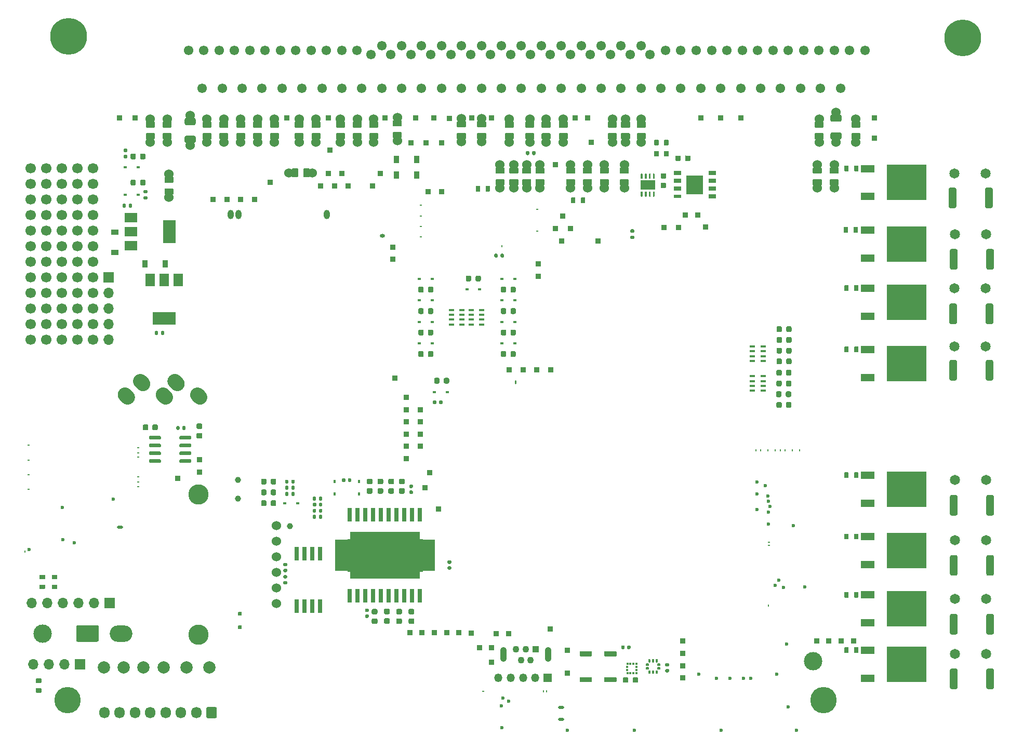
<source format=gts>
G04 #@! TF.GenerationSoftware,KiCad,Pcbnew,8.0.9-8.0.9-0~ubuntu24.04.1*
G04 #@! TF.CreationDate,2025-03-13T18:09:02+00:00*
G04 #@! TF.ProjectId,hellen88m42bmw,68656c6c-656e-4383-986d-3432626d772e,B*
G04 #@! TF.SameCoordinates,PX3d1b110PY9269338*
G04 #@! TF.FileFunction,Soldermask,Top*
G04 #@! TF.FilePolarity,Negative*
%FSLAX46Y46*%
G04 Gerber Fmt 4.6, Leading zero omitted, Abs format (unit mm)*
G04 Created by KiCad (PCBNEW 8.0.9-8.0.9-0~ubuntu24.04.1) date 2025-03-13 18:09:02*
%MOMM*%
%LPD*%
G01*
G04 APERTURE LIST*
%ADD10C,0.010000*%
%ADD11C,6.000000*%
%ADD12C,1.550000*%
%ADD13C,1.524000*%
%ADD14R,2.200000X1.200000*%
%ADD15R,6.400000X5.800000*%
%ADD16R,1.700000X1.700000*%
%ADD17O,1.700000X1.700000*%
%ADD18R,0.640000X2.160000*%
%ADD19C,4.300000*%
%ADD20C,1.650000*%
%ADD21R,0.600000X0.450000*%
%ADD22R,0.850000X0.850000*%
%ADD23R,0.900000X1.200000*%
%ADD24R,1.350000X1.350000*%
%ADD25O,1.350000X1.350000*%
%ADD26C,3.000000*%
%ADD27C,1.700000*%
%ADD28R,0.900000X0.400000*%
%ADD29C,2.000000*%
%ADD30C,1.000000*%
%ADD31R,0.800000X2.200000*%
%ADD32R,2.032000X5.080000*%
%ADD33C,1.300000*%
%ADD34R,11.430000X7.620000*%
%ADD35O,0.499999X0.250000*%
%ADD36O,0.250000X0.499999*%
%ADD37C,0.599999*%
%ADD38R,0.350000X0.375000*%
%ADD39R,0.375000X0.350000*%
%ADD40O,0.500000X0.250000*%
%ADD41O,0.250000X0.500000*%
%ADD42O,3.700000X2.700000*%
%ADD43O,1.000001X0.499999*%
%ADD44O,1.700000X1.850000*%
%ADD45R,1.310000X0.650000*%
%ADD46R,1.310000X0.600000*%
%ADD47R,1.325000X1.500000*%
%ADD48R,1.100000X1.100000*%
%ADD49C,1.100000*%
%ADD50O,1.100000X2.400000*%
%ADD51C,3.302000*%
%ADD52O,1.000001X1.500000*%
%ADD53O,0.800001X0.599999*%
%ADD54R,2.400000X1.600000*%
%ADD55O,0.200000X0.499999*%
%ADD56O,0.200000X0.399999*%
%ADD57R,1.500000X2.000000*%
%ADD58R,3.800000X2.000000*%
%ADD59R,2.000000X1.500000*%
%ADD60R,2.000000X3.800000*%
%ADD61R,0.450000X0.600000*%
%ADD62R,1.200000X0.900000*%
G04 APERTURE END LIST*
D10*
G04 #@! TO.C,U6*
X53480550Y26631400D02*
X53080000Y26631400D01*
X53080000Y31917320D01*
X53480550Y31917320D01*
X53480550Y26631400D01*
G36*
X53480550Y26631400D02*
G01*
X53080000Y26631400D01*
X53080000Y31917320D01*
X53480550Y31917320D01*
X53480550Y26631400D01*
G37*
X65284150Y26631400D02*
X64865600Y26631400D01*
X64865600Y31919860D01*
X65284150Y31919860D01*
X65284150Y26631400D01*
G36*
X65284150Y26631400D02*
G01*
X64865600Y26631400D01*
X64865600Y31919860D01*
X65284150Y31919860D01*
X65284150Y26631400D01*
G37*
G04 #@! TD*
D11*
G04 #@! TO.C,PP1*
X7632400Y113856400D03*
X153342400Y113606400D03*
D12*
X27142400Y111606400D03*
X32142400Y111606400D03*
X37142400Y111606400D03*
X42142400Y111606400D03*
X47142400Y111606400D03*
X52142400Y111606400D03*
X56892400Y110856400D03*
X60142400Y110856400D03*
X63392400Y110856400D03*
X66642400Y110856400D03*
X69892400Y110856400D03*
X73142400Y110856400D03*
X76392400Y110856400D03*
X79642400Y110856400D03*
X82892400Y110856400D03*
X86142400Y110856400D03*
X89392400Y110856400D03*
X92642400Y110856400D03*
X95892400Y110856400D03*
X99142400Y110856400D03*
X102392400Y110856400D03*
X107392400Y111606400D03*
X112392400Y111606400D03*
X117392400Y111606400D03*
X122392400Y111606400D03*
X127392400Y111606400D03*
X132392400Y111606400D03*
X137392400Y111606400D03*
X29642400Y111606400D03*
X34642400Y111606400D03*
X39642400Y111606400D03*
X44642400Y111606400D03*
X49642400Y111606400D03*
X54642400Y111606400D03*
X58642400Y112356400D03*
X61892400Y112356400D03*
X65142400Y112356400D03*
X68392400Y112356400D03*
X71642400Y112356400D03*
X74892400Y112356400D03*
X78142400Y112356400D03*
X81392400Y112356400D03*
X84642400Y112356400D03*
X87892400Y112356400D03*
X91142400Y112356400D03*
X94392400Y112356400D03*
X97642400Y112356400D03*
X100892400Y112356400D03*
X104892400Y111606400D03*
X109892400Y111606400D03*
X114892400Y111606400D03*
X119892400Y111606400D03*
X124892400Y111606400D03*
X129892400Y111606400D03*
X134892400Y111606400D03*
X29392400Y105356400D03*
X32642400Y105356400D03*
X35892400Y105356400D03*
X39142400Y105356400D03*
X42392400Y105356400D03*
X45642400Y105356400D03*
X48892400Y105356400D03*
X52142400Y105356400D03*
X55392400Y105356400D03*
X58642400Y105356400D03*
X61892400Y105356400D03*
X65142400Y105356400D03*
X68392400Y105356400D03*
X71642400Y105356400D03*
X74892400Y105356400D03*
X78142400Y105356400D03*
X81392400Y105356400D03*
X84642400Y105356400D03*
X87892400Y105356400D03*
X91142400Y105356400D03*
X94392400Y105356400D03*
X97642400Y105356400D03*
X100892400Y105356400D03*
X104142400Y105356400D03*
X107392400Y105356400D03*
X110642400Y105356400D03*
X113892400Y105356400D03*
X117142400Y105356400D03*
X120392400Y105356400D03*
X123642400Y105356400D03*
X126892400Y105356400D03*
X130142400Y105356400D03*
X133392400Y105356400D03*
G04 #@! TD*
D13*
G04 #@! TO.C,JP1*
X20926000Y100428000D03*
G36*
G01*
X20301000Y99973001D02*
X21551000Y99973001D01*
G75*
G02*
X21651000Y99873001I0J-100000D01*
G01*
X21651000Y99073001D01*
G75*
G02*
X21551000Y98973001I-100000J0D01*
G01*
X20301000Y98973001D01*
G75*
G02*
X20201000Y99073001I0J100000D01*
G01*
X20201000Y99873001D01*
G75*
G02*
X20301000Y99973001I100000J0D01*
G01*
G37*
G36*
G01*
X20301000Y98072979D02*
X21551000Y98072979D01*
G75*
G02*
X21651000Y97972979I0J-100000D01*
G01*
X21651000Y97172979D01*
G75*
G02*
X21551000Y97072979I-100000J0D01*
G01*
X20301000Y97072979D01*
G75*
G02*
X20201000Y97172979I0J100000D01*
G01*
X20201000Y97972979D01*
G75*
G02*
X20301000Y98072979I100000J0D01*
G01*
G37*
X20926000Y96618000D03*
G04 #@! TD*
G04 #@! TO.C,JP3*
X30176000Y100428000D03*
G36*
G01*
X29551000Y99973001D02*
X30801000Y99973001D01*
G75*
G02*
X30901000Y99873001I0J-100000D01*
G01*
X30901000Y99073001D01*
G75*
G02*
X30801000Y98973001I-100000J0D01*
G01*
X29551000Y98973001D01*
G75*
G02*
X29451000Y99073001I0J100000D01*
G01*
X29451000Y99873001D01*
G75*
G02*
X29551000Y99973001I100000J0D01*
G01*
G37*
G36*
G01*
X29551000Y98072979D02*
X30801000Y98072979D01*
G75*
G02*
X30901000Y97972979I0J-100000D01*
G01*
X30901000Y97172979D01*
G75*
G02*
X30801000Y97072979I-100000J0D01*
G01*
X29551000Y97072979D01*
G75*
G02*
X29451000Y97172979I0J100000D01*
G01*
X29451000Y97972979D01*
G75*
G02*
X29551000Y98072979I100000J0D01*
G01*
G37*
X30176000Y96618000D03*
G04 #@! TD*
G04 #@! TO.C,JP4*
X35676000Y100428000D03*
G36*
G01*
X35051000Y99973001D02*
X36301000Y99973001D01*
G75*
G02*
X36401000Y99873001I0J-100000D01*
G01*
X36401000Y99073001D01*
G75*
G02*
X36301000Y98973001I-100000J0D01*
G01*
X35051000Y98973001D01*
G75*
G02*
X34951000Y99073001I0J100000D01*
G01*
X34951000Y99873001D01*
G75*
G02*
X35051000Y99973001I100000J0D01*
G01*
G37*
G36*
G01*
X35051000Y98072979D02*
X36301000Y98072979D01*
G75*
G02*
X36401000Y97972979I0J-100000D01*
G01*
X36401000Y97172979D01*
G75*
G02*
X36301000Y97072979I-100000J0D01*
G01*
X35051000Y97072979D01*
G75*
G02*
X34951000Y97172979I0J100000D01*
G01*
X34951000Y97972979D01*
G75*
G02*
X35051000Y98072979I100000J0D01*
G01*
G37*
X35676000Y96618000D03*
G04 #@! TD*
G04 #@! TO.C,JP5*
X45176000Y100428000D03*
G36*
G01*
X44551000Y99973001D02*
X45801000Y99973001D01*
G75*
G02*
X45901000Y99873001I0J-100000D01*
G01*
X45901000Y99073001D01*
G75*
G02*
X45801000Y98973001I-100000J0D01*
G01*
X44551000Y98973001D01*
G75*
G02*
X44451000Y99073001I0J100000D01*
G01*
X44451000Y99873001D01*
G75*
G02*
X44551000Y99973001I100000J0D01*
G01*
G37*
G36*
G01*
X44551000Y98072979D02*
X45801000Y98072979D01*
G75*
G02*
X45901000Y97972979I0J-100000D01*
G01*
X45901000Y97172979D01*
G75*
G02*
X45801000Y97072979I-100000J0D01*
G01*
X44551000Y97072979D01*
G75*
G02*
X44451000Y97172979I0J100000D01*
G01*
X44451000Y97972979D01*
G75*
G02*
X44551000Y98072979I100000J0D01*
G01*
G37*
X45176000Y96618000D03*
G04 #@! TD*
G04 #@! TO.C,JP7*
X51926000Y100428000D03*
G36*
G01*
X51301000Y99973001D02*
X52551000Y99973001D01*
G75*
G02*
X52651000Y99873001I0J-100000D01*
G01*
X52651000Y99073001D01*
G75*
G02*
X52551000Y98973001I-100000J0D01*
G01*
X51301000Y98973001D01*
G75*
G02*
X51201000Y99073001I0J100000D01*
G01*
X51201000Y99873001D01*
G75*
G02*
X51301000Y99973001I100000J0D01*
G01*
G37*
G36*
G01*
X51301000Y98072979D02*
X52551000Y98072979D01*
G75*
G02*
X52651000Y97972979I0J-100000D01*
G01*
X52651000Y97172979D01*
G75*
G02*
X52551000Y97072979I-100000J0D01*
G01*
X51301000Y97072979D01*
G75*
G02*
X51201000Y97172979I0J100000D01*
G01*
X51201000Y97972979D01*
G75*
G02*
X51301000Y98072979I100000J0D01*
G01*
G37*
X51926000Y96618000D03*
G04 #@! TD*
G04 #@! TO.C,JP16*
X85426000Y100428000D03*
G36*
G01*
X84801000Y99973001D02*
X86051000Y99973001D01*
G75*
G02*
X86151000Y99873001I0J-100000D01*
G01*
X86151000Y99073001D01*
G75*
G02*
X86051000Y98973001I-100000J0D01*
G01*
X84801000Y98973001D01*
G75*
G02*
X84701000Y99073001I0J100000D01*
G01*
X84701000Y99873001D01*
G75*
G02*
X84801000Y99973001I100000J0D01*
G01*
G37*
G36*
G01*
X84801000Y98072979D02*
X86051000Y98072979D01*
G75*
G02*
X86151000Y97972979I0J-100000D01*
G01*
X86151000Y97172979D01*
G75*
G02*
X86051000Y97072979I-100000J0D01*
G01*
X84801000Y97072979D01*
G75*
G02*
X84701000Y97172979I0J100000D01*
G01*
X84701000Y97972979D01*
G75*
G02*
X84801000Y98072979I100000J0D01*
G01*
G37*
X85426000Y96618000D03*
G04 #@! TD*
G04 #@! TO.C,JP17*
X88226000Y100427999D03*
G36*
G01*
X87601000Y99973000D02*
X88851000Y99973000D01*
G75*
G02*
X88951000Y99873000I0J-100000D01*
G01*
X88951000Y99073000D01*
G75*
G02*
X88851000Y98973000I-100000J0D01*
G01*
X87601000Y98973000D01*
G75*
G02*
X87501000Y99073000I0J100000D01*
G01*
X87501000Y99873000D01*
G75*
G02*
X87601000Y99973000I100000J0D01*
G01*
G37*
G36*
G01*
X87601000Y98072978D02*
X88851000Y98072978D01*
G75*
G02*
X88951000Y97972978I0J-100000D01*
G01*
X88951000Y97172978D01*
G75*
G02*
X88851000Y97072978I-100000J0D01*
G01*
X87601000Y97072978D01*
G75*
G02*
X87501000Y97172978I0J100000D01*
G01*
X87501000Y97972978D01*
G75*
G02*
X87601000Y98072978I100000J0D01*
G01*
G37*
X88226000Y96617999D03*
G04 #@! TD*
G04 #@! TO.C,JP20*
X94926000Y92928000D03*
G36*
G01*
X94301000Y92473001D02*
X95551000Y92473001D01*
G75*
G02*
X95651000Y92373001I0J-100000D01*
G01*
X95651000Y91573001D01*
G75*
G02*
X95551000Y91473001I-100000J0D01*
G01*
X94301000Y91473001D01*
G75*
G02*
X94201000Y91573001I0J100000D01*
G01*
X94201000Y92373001D01*
G75*
G02*
X94301000Y92473001I100000J0D01*
G01*
G37*
G36*
G01*
X94301000Y90572979D02*
X95551000Y90572979D01*
G75*
G02*
X95651000Y90472979I0J-100000D01*
G01*
X95651000Y89672979D01*
G75*
G02*
X95551000Y89572979I-100000J0D01*
G01*
X94301000Y89572979D01*
G75*
G02*
X94201000Y89672979I0J100000D01*
G01*
X94201000Y90472979D01*
G75*
G02*
X94301000Y90572979I100000J0D01*
G01*
G37*
X94926000Y89118000D03*
G04 #@! TD*
G04 #@! TO.C,JP21*
X98176000Y92928000D03*
G36*
G01*
X97551000Y92473001D02*
X98801000Y92473001D01*
G75*
G02*
X98901000Y92373001I0J-100000D01*
G01*
X98901000Y91573001D01*
G75*
G02*
X98801000Y91473001I-100000J0D01*
G01*
X97551000Y91473001D01*
G75*
G02*
X97451000Y91573001I0J100000D01*
G01*
X97451000Y92373001D01*
G75*
G02*
X97551000Y92473001I100000J0D01*
G01*
G37*
G36*
G01*
X97551000Y90572979D02*
X98801000Y90572979D01*
G75*
G02*
X98901000Y90472979I0J-100000D01*
G01*
X98901000Y89672979D01*
G75*
G02*
X98801000Y89572979I-100000J0D01*
G01*
X97551000Y89572979D01*
G75*
G02*
X97451000Y89672979I0J100000D01*
G01*
X97451000Y90472979D01*
G75*
G02*
X97551000Y90572979I100000J0D01*
G01*
G37*
X98176000Y89118000D03*
G04 #@! TD*
G04 #@! TO.C,JP26*
X129926000Y100428000D03*
G36*
G01*
X129301000Y99973001D02*
X130551000Y99973001D01*
G75*
G02*
X130651000Y99873001I0J-100000D01*
G01*
X130651000Y99073001D01*
G75*
G02*
X130551000Y98973001I-100000J0D01*
G01*
X129301000Y98973001D01*
G75*
G02*
X129201000Y99073001I0J100000D01*
G01*
X129201000Y99873001D01*
G75*
G02*
X129301000Y99973001I100000J0D01*
G01*
G37*
G36*
G01*
X129301000Y98072979D02*
X130551000Y98072979D01*
G75*
G02*
X130651000Y97972979I0J-100000D01*
G01*
X130651000Y97172979D01*
G75*
G02*
X130551000Y97072979I-100000J0D01*
G01*
X129301000Y97072979D01*
G75*
G02*
X129201000Y97172979I0J100000D01*
G01*
X129201000Y97972979D01*
G75*
G02*
X129301000Y98072979I100000J0D01*
G01*
G37*
X129926000Y96618000D03*
G04 #@! TD*
G04 #@! TO.C,JP27*
X135926000Y100428000D03*
G36*
G01*
X135301000Y99973001D02*
X136551000Y99973001D01*
G75*
G02*
X136651000Y99873001I0J-100000D01*
G01*
X136651000Y99073001D01*
G75*
G02*
X136551000Y98973001I-100000J0D01*
G01*
X135301000Y98973001D01*
G75*
G02*
X135201000Y99073001I0J100000D01*
G01*
X135201000Y99873001D01*
G75*
G02*
X135301000Y99973001I100000J0D01*
G01*
G37*
G36*
G01*
X135301000Y98072979D02*
X136551000Y98072979D01*
G75*
G02*
X136651000Y97972979I0J-100000D01*
G01*
X136651000Y97172979D01*
G75*
G02*
X136551000Y97072979I-100000J0D01*
G01*
X135301000Y97072979D01*
G75*
G02*
X135201000Y97172979I0J100000D01*
G01*
X135201000Y97972979D01*
G75*
G02*
X135301000Y98072979I100000J0D01*
G01*
G37*
X135926000Y96618000D03*
G04 #@! TD*
G04 #@! TO.C,JP29*
X23676000Y100428000D03*
G36*
G01*
X23051000Y99973001D02*
X24301000Y99973001D01*
G75*
G02*
X24401000Y99873001I0J-100000D01*
G01*
X24401000Y99073001D01*
G75*
G02*
X24301000Y98973001I-100000J0D01*
G01*
X23051000Y98973001D01*
G75*
G02*
X22951000Y99073001I0J100000D01*
G01*
X22951000Y99873001D01*
G75*
G02*
X23051000Y99973001I100000J0D01*
G01*
G37*
G36*
G01*
X23051000Y98072979D02*
X24301000Y98072979D01*
G75*
G02*
X24401000Y97972979I0J-100000D01*
G01*
X24401000Y97172979D01*
G75*
G02*
X24301000Y97072979I-100000J0D01*
G01*
X23051000Y97072979D01*
G75*
G02*
X22951000Y97172979I0J100000D01*
G01*
X22951000Y97972979D01*
G75*
G02*
X23051000Y98072979I100000J0D01*
G01*
G37*
X23676000Y96618000D03*
G04 #@! TD*
G04 #@! TO.C,JP31*
X32926000Y100428000D03*
G36*
G01*
X32301000Y99973001D02*
X33551000Y99973001D01*
G75*
G02*
X33651000Y99873001I0J-100000D01*
G01*
X33651000Y99073001D01*
G75*
G02*
X33551000Y98973001I-100000J0D01*
G01*
X32301000Y98973001D01*
G75*
G02*
X32201000Y99073001I0J100000D01*
G01*
X32201000Y99873001D01*
G75*
G02*
X32301000Y99973001I100000J0D01*
G01*
G37*
G36*
G01*
X32301000Y98072979D02*
X33551000Y98072979D01*
G75*
G02*
X33651000Y97972979I0J-100000D01*
G01*
X33651000Y97172979D01*
G75*
G02*
X33551000Y97072979I-100000J0D01*
G01*
X32301000Y97072979D01*
G75*
G02*
X32201000Y97172979I0J100000D01*
G01*
X32201000Y97972979D01*
G75*
G02*
X32301000Y98072979I100000J0D01*
G01*
G37*
X32926000Y96618000D03*
G04 #@! TD*
G04 #@! TO.C,JP32*
X41176000Y100428000D03*
G36*
G01*
X40551000Y99973001D02*
X41801000Y99973001D01*
G75*
G02*
X41901000Y99873001I0J-100000D01*
G01*
X41901000Y99073001D01*
G75*
G02*
X41801000Y98973001I-100000J0D01*
G01*
X40551000Y98973001D01*
G75*
G02*
X40451000Y99073001I0J100000D01*
G01*
X40451000Y99873001D01*
G75*
G02*
X40551000Y99973001I100000J0D01*
G01*
G37*
G36*
G01*
X40551000Y98072979D02*
X41801000Y98072979D01*
G75*
G02*
X41901000Y97972979I0J-100000D01*
G01*
X41901000Y97172979D01*
G75*
G02*
X41801000Y97072979I-100000J0D01*
G01*
X40551000Y97072979D01*
G75*
G02*
X40451000Y97172979I0J100000D01*
G01*
X40451000Y97972979D01*
G75*
G02*
X40551000Y98072979I100000J0D01*
G01*
G37*
X41176000Y96618000D03*
G04 #@! TD*
G04 #@! TO.C,JP33*
X47926000Y100428000D03*
G36*
G01*
X47301000Y99973001D02*
X48551000Y99973001D01*
G75*
G02*
X48651000Y99873001I0J-100000D01*
G01*
X48651000Y99073001D01*
G75*
G02*
X48551000Y98973001I-100000J0D01*
G01*
X47301000Y98973001D01*
G75*
G02*
X47201000Y99073001I0J100000D01*
G01*
X47201000Y99873001D01*
G75*
G02*
X47301000Y99973001I100000J0D01*
G01*
G37*
G36*
G01*
X47301000Y98072979D02*
X48551000Y98072979D01*
G75*
G02*
X48651000Y97972979I0J-100000D01*
G01*
X48651000Y97172979D01*
G75*
G02*
X48551000Y97072979I-100000J0D01*
G01*
X47301000Y97072979D01*
G75*
G02*
X47201000Y97172979I0J100000D01*
G01*
X47201000Y97972979D01*
G75*
G02*
X47301000Y98072979I100000J0D01*
G01*
G37*
X47926000Y96618000D03*
G04 #@! TD*
G04 #@! TO.C,JP35*
X57326000Y100428000D03*
G36*
G01*
X56701000Y99973001D02*
X57951000Y99973001D01*
G75*
G02*
X58051000Y99873001I0J-100000D01*
G01*
X58051000Y99073001D01*
G75*
G02*
X57951000Y98973001I-100000J0D01*
G01*
X56701000Y98973001D01*
G75*
G02*
X56601000Y99073001I0J100000D01*
G01*
X56601000Y99873001D01*
G75*
G02*
X56701000Y99973001I100000J0D01*
G01*
G37*
G36*
G01*
X56701000Y98072979D02*
X57951000Y98072979D01*
G75*
G02*
X58051000Y97972979I0J-100000D01*
G01*
X58051000Y97172979D01*
G75*
G02*
X57951000Y97072979I-100000J0D01*
G01*
X56701000Y97072979D01*
G75*
G02*
X56601000Y97172979I0J100000D01*
G01*
X56601000Y97972979D01*
G75*
G02*
X56701000Y98072979I100000J0D01*
G01*
G37*
X57326000Y96618000D03*
G04 #@! TD*
G04 #@! TO.C,JP41*
X77926000Y92928000D03*
G36*
G01*
X77301000Y92473001D02*
X78551000Y92473001D01*
G75*
G02*
X78651000Y92373001I0J-100000D01*
G01*
X78651000Y91573001D01*
G75*
G02*
X78551000Y91473001I-100000J0D01*
G01*
X77301000Y91473001D01*
G75*
G02*
X77201000Y91573001I0J100000D01*
G01*
X77201000Y92373001D01*
G75*
G02*
X77301000Y92473001I100000J0D01*
G01*
G37*
G36*
G01*
X77301000Y90572979D02*
X78551000Y90572979D01*
G75*
G02*
X78651000Y90472979I0J-100000D01*
G01*
X78651000Y89672979D01*
G75*
G02*
X78551000Y89572979I-100000J0D01*
G01*
X77301000Y89572979D01*
G75*
G02*
X77201000Y89672979I0J100000D01*
G01*
X77201000Y90472979D01*
G75*
G02*
X77301000Y90572979I100000J0D01*
G01*
G37*
X77926000Y89118000D03*
G04 #@! TD*
G04 #@! TO.C,JP42*
X80176000Y92928000D03*
G36*
G01*
X79551000Y92473001D02*
X80801000Y92473001D01*
G75*
G02*
X80901000Y92373001I0J-100000D01*
G01*
X80901000Y91573001D01*
G75*
G02*
X80801000Y91473001I-100000J0D01*
G01*
X79551000Y91473001D01*
G75*
G02*
X79451000Y91573001I0J100000D01*
G01*
X79451000Y92373001D01*
G75*
G02*
X79551000Y92473001I100000J0D01*
G01*
G37*
G36*
G01*
X79551000Y90572979D02*
X80801000Y90572979D01*
G75*
G02*
X80901000Y90472979I0J-100000D01*
G01*
X80901000Y89672979D01*
G75*
G02*
X80801000Y89572979I-100000J0D01*
G01*
X79551000Y89572979D01*
G75*
G02*
X79451000Y89672979I0J100000D01*
G01*
X79451000Y90472979D01*
G75*
G02*
X79551000Y90572979I100000J0D01*
G01*
G37*
X80176000Y89118000D03*
G04 #@! TD*
G04 #@! TO.C,JP43*
X82776000Y100428021D03*
G36*
G01*
X82151000Y99973022D02*
X83401000Y99973022D01*
G75*
G02*
X83501000Y99873022I0J-100000D01*
G01*
X83501000Y99073022D01*
G75*
G02*
X83401000Y98973022I-100000J0D01*
G01*
X82151000Y98973022D01*
G75*
G02*
X82051000Y99073022I0J100000D01*
G01*
X82051000Y99873022D01*
G75*
G02*
X82151000Y99973022I100000J0D01*
G01*
G37*
G36*
G01*
X82151000Y98073000D02*
X83401000Y98073000D01*
G75*
G02*
X83501000Y97973000I0J-100000D01*
G01*
X83501000Y97173000D01*
G75*
G02*
X83401000Y97073000I-100000J0D01*
G01*
X82151000Y97073000D01*
G75*
G02*
X82051000Y97173000I0J100000D01*
G01*
X82051000Y97973000D01*
G75*
G02*
X82151000Y98073000I100000J0D01*
G01*
G37*
X82776000Y96618021D03*
G04 #@! TD*
G04 #@! TO.C,JP46*
X89426000Y92928000D03*
G36*
G01*
X88801000Y92473001D02*
X90051000Y92473001D01*
G75*
G02*
X90151000Y92373001I0J-100000D01*
G01*
X90151000Y91573001D01*
G75*
G02*
X90051000Y91473001I-100000J0D01*
G01*
X88801000Y91473001D01*
G75*
G02*
X88701000Y91573001I0J100000D01*
G01*
X88701000Y92373001D01*
G75*
G02*
X88801000Y92473001I100000J0D01*
G01*
G37*
G36*
G01*
X88801000Y90572979D02*
X90051000Y90572979D01*
G75*
G02*
X90151000Y90472979I0J-100000D01*
G01*
X90151000Y89672979D01*
G75*
G02*
X90051000Y89572979I-100000J0D01*
G01*
X88801000Y89572979D01*
G75*
G02*
X88701000Y89672979I0J100000D01*
G01*
X88701000Y90472979D01*
G75*
G02*
X88801000Y90572979I100000J0D01*
G01*
G37*
X89426000Y89118000D03*
G04 #@! TD*
G04 #@! TO.C,JP47*
X92176000Y92928000D03*
G36*
G01*
X91551000Y92473001D02*
X92801000Y92473001D01*
G75*
G02*
X92901000Y92373001I0J-100000D01*
G01*
X92901000Y91573001D01*
G75*
G02*
X92801000Y91473001I-100000J0D01*
G01*
X91551000Y91473001D01*
G75*
G02*
X91451000Y91573001I0J100000D01*
G01*
X91451000Y92373001D01*
G75*
G02*
X91551000Y92473001I100000J0D01*
G01*
G37*
G36*
G01*
X91551000Y90572979D02*
X92801000Y90572979D01*
G75*
G02*
X92901000Y90472979I0J-100000D01*
G01*
X92901000Y89672979D01*
G75*
G02*
X92801000Y89572979I-100000J0D01*
G01*
X91551000Y89572979D01*
G75*
G02*
X91451000Y89672979I0J100000D01*
G01*
X91451000Y90472979D01*
G75*
G02*
X91551000Y90572979I100000J0D01*
G01*
G37*
X92176000Y89118000D03*
G04 #@! TD*
G04 #@! TO.C,JP54*
X132676000Y101523000D03*
G36*
G01*
X131776000Y100178010D02*
X131776000Y100868010D01*
G75*
G02*
X132006000Y101098010I230000J0D01*
G01*
X133346000Y101098010D01*
G75*
G02*
X133576000Y100868010I0J-230000D01*
G01*
X133576000Y100178010D01*
G75*
G02*
X133346000Y99948010I-230000J0D01*
G01*
X132006000Y99948010D01*
G75*
G02*
X131776000Y100178010I0J230000D01*
G01*
G37*
G36*
G01*
X131776000Y97277990D02*
X131776000Y97967990D01*
G75*
G02*
X132006000Y98197990I230000J0D01*
G01*
X133346000Y98197990D01*
G75*
G02*
X133576000Y97967990I0J-230000D01*
G01*
X133576000Y97277990D01*
G75*
G02*
X133346000Y97047990I-230000J0D01*
G01*
X132006000Y97047990D01*
G75*
G02*
X131776000Y97277990I0J230000D01*
G01*
G37*
X132676000Y96623000D03*
G04 #@! TD*
G04 #@! TO.C,JP56*
X27426000Y100973000D03*
G36*
G01*
X26526000Y99628010D02*
X26526000Y100318010D01*
G75*
G02*
X26756000Y100548010I230000J0D01*
G01*
X28096000Y100548010D01*
G75*
G02*
X28326000Y100318010I0J-230000D01*
G01*
X28326000Y99628010D01*
G75*
G02*
X28096000Y99398010I-230000J0D01*
G01*
X26756000Y99398010D01*
G75*
G02*
X26526000Y99628010I0J230000D01*
G01*
G37*
G36*
G01*
X26526000Y96727990D02*
X26526000Y97417990D01*
G75*
G02*
X26756000Y97647990I230000J0D01*
G01*
X28096000Y97647990D01*
G75*
G02*
X28326000Y97417990I0J-230000D01*
G01*
X28326000Y96727990D01*
G75*
G02*
X28096000Y96497990I-230000J0D01*
G01*
X26756000Y96497990D01*
G75*
G02*
X26526000Y96727990I0J230000D01*
G01*
G37*
X27426000Y96073000D03*
G04 #@! TD*
G04 #@! TO.C,JP73*
X84426000Y92923000D03*
G36*
G01*
X83801000Y92468001D02*
X85051000Y92468001D01*
G75*
G02*
X85151000Y92368001I0J-100000D01*
G01*
X85151000Y91568001D01*
G75*
G02*
X85051000Y91468001I-100000J0D01*
G01*
X83801000Y91468001D01*
G75*
G02*
X83701000Y91568001I0J100000D01*
G01*
X83701000Y92368001D01*
G75*
G02*
X83801000Y92468001I100000J0D01*
G01*
G37*
G36*
G01*
X83801000Y90567979D02*
X85051000Y90567979D01*
G75*
G02*
X85151000Y90467979I0J-100000D01*
G01*
X85151000Y89667979D01*
G75*
G02*
X85051000Y89567979I-100000J0D01*
G01*
X83801000Y89567979D01*
G75*
G02*
X83701000Y89667979I0J100000D01*
G01*
X83701000Y90467979D01*
G75*
G02*
X83801000Y90567979I100000J0D01*
G01*
G37*
X84426000Y89113000D03*
G04 #@! TD*
G04 #@! TO.C,JP77*
X96226000Y100428000D03*
G36*
G01*
X95601000Y99973001D02*
X96851000Y99973001D01*
G75*
G02*
X96951000Y99873001I0J-100000D01*
G01*
X96951000Y99073001D01*
G75*
G02*
X96851000Y98973001I-100000J0D01*
G01*
X95601000Y98973001D01*
G75*
G02*
X95501000Y99073001I0J100000D01*
G01*
X95501000Y99873001D01*
G75*
G02*
X95601000Y99973001I100000J0D01*
G01*
G37*
G36*
G01*
X95601000Y98072979D02*
X96851000Y98072979D01*
G75*
G02*
X96951000Y97972979I0J-100000D01*
G01*
X96951000Y97172979D01*
G75*
G02*
X96851000Y97072979I-100000J0D01*
G01*
X95601000Y97072979D01*
G75*
G02*
X95501000Y97172979I0J100000D01*
G01*
X95501000Y97972979D01*
G75*
G02*
X95601000Y98072979I100000J0D01*
G01*
G37*
X96226000Y96618000D03*
G04 #@! TD*
G04 #@! TO.C,JP78*
X100926000Y100428000D03*
G36*
G01*
X100301000Y99973001D02*
X101551000Y99973001D01*
G75*
G02*
X101651000Y99873001I0J-100000D01*
G01*
X101651000Y99073001D01*
G75*
G02*
X101551000Y98973001I-100000J0D01*
G01*
X100301000Y98973001D01*
G75*
G02*
X100201000Y99073001I0J100000D01*
G01*
X100201000Y99873001D01*
G75*
G02*
X100301000Y99973001I100000J0D01*
G01*
G37*
G36*
G01*
X100301000Y98072979D02*
X101551000Y98072979D01*
G75*
G02*
X101651000Y97972979I0J-100000D01*
G01*
X101651000Y97172979D01*
G75*
G02*
X101551000Y97072979I-100000J0D01*
G01*
X100301000Y97072979D01*
G75*
G02*
X100201000Y97172979I0J100000D01*
G01*
X100201000Y97972979D01*
G75*
G02*
X100301000Y98072979I100000J0D01*
G01*
G37*
X100926000Y96618000D03*
G04 #@! TD*
G04 #@! TO.C,JP85*
X132376000Y92928000D03*
G36*
G01*
X131751000Y92473001D02*
X133001000Y92473001D01*
G75*
G02*
X133101000Y92373001I0J-100000D01*
G01*
X133101000Y91573001D01*
G75*
G02*
X133001000Y91473001I-100000J0D01*
G01*
X131751000Y91473001D01*
G75*
G02*
X131651000Y91573001I0J100000D01*
G01*
X131651000Y92373001D01*
G75*
G02*
X131751000Y92473001I100000J0D01*
G01*
G37*
G36*
G01*
X131751000Y90572979D02*
X133001000Y90572979D01*
G75*
G02*
X133101000Y90472979I0J-100000D01*
G01*
X133101000Y89672979D01*
G75*
G02*
X133001000Y89572979I-100000J0D01*
G01*
X131751000Y89572979D01*
G75*
G02*
X131651000Y89672979I0J100000D01*
G01*
X131651000Y90472979D01*
G75*
G02*
X131751000Y90572979I100000J0D01*
G01*
G37*
X132376000Y89118000D03*
G04 #@! TD*
G04 #@! TO.C,JP86*
X129626000Y92928000D03*
G36*
G01*
X129001000Y92473001D02*
X130251000Y92473001D01*
G75*
G02*
X130351000Y92373001I0J-100000D01*
G01*
X130351000Y91573001D01*
G75*
G02*
X130251000Y91473001I-100000J0D01*
G01*
X129001000Y91473001D01*
G75*
G02*
X128901000Y91573001I0J100000D01*
G01*
X128901000Y92373001D01*
G75*
G02*
X129001000Y92473001I100000J0D01*
G01*
G37*
G36*
G01*
X129001000Y90572979D02*
X130251000Y90572979D01*
G75*
G02*
X130351000Y90472979I0J-100000D01*
G01*
X130351000Y89672979D01*
G75*
G02*
X130251000Y89572979I-100000J0D01*
G01*
X129001000Y89572979D01*
G75*
G02*
X128901000Y89672979I0J100000D01*
G01*
X128901000Y90472979D01*
G75*
G02*
X129001000Y90572979I100000J0D01*
G01*
G37*
X129626000Y89118000D03*
G04 #@! TD*
G04 #@! TO.C,JP59*
X38426000Y100428000D03*
G36*
G01*
X37801000Y99973001D02*
X39051000Y99973001D01*
G75*
G02*
X39151000Y99873001I0J-100000D01*
G01*
X39151000Y99073001D01*
G75*
G02*
X39051000Y98973001I-100000J0D01*
G01*
X37801000Y98973001D01*
G75*
G02*
X37701000Y99073001I0J100000D01*
G01*
X37701000Y99873001D01*
G75*
G02*
X37801000Y99973001I100000J0D01*
G01*
G37*
G36*
G01*
X37801000Y98072979D02*
X39051000Y98072979D01*
G75*
G02*
X39151000Y97972979I0J-100000D01*
G01*
X39151000Y97172979D01*
G75*
G02*
X39051000Y97072979I-100000J0D01*
G01*
X37801000Y97072979D01*
G75*
G02*
X37701000Y97172979I0J100000D01*
G01*
X37701000Y97972979D01*
G75*
G02*
X37801000Y98072979I100000J0D01*
G01*
G37*
X38426000Y96618000D03*
G04 #@! TD*
D14*
G04 #@! TO.C,Q1*
X137874800Y32303000D03*
D15*
X144174800Y30023000D03*
D14*
X137874800Y27743000D03*
G04 #@! TD*
G04 #@! TO.C,Q6*
X137874800Y92303000D03*
D15*
X144174800Y90023000D03*
D14*
X137874800Y87743000D03*
G04 #@! TD*
G04 #@! TO.C,Q2*
X137874800Y42303000D03*
D15*
X144174800Y40023000D03*
D14*
X137874800Y37743000D03*
G04 #@! TD*
G04 #@! TO.C,Q5*
X137874800Y82303000D03*
D15*
X144174800Y80023000D03*
D14*
X137874800Y77743000D03*
G04 #@! TD*
G04 #@! TO.C,Q3*
X137874800Y62803000D03*
D15*
X144174800Y60523000D03*
D14*
X137874800Y58243000D03*
G04 #@! TD*
G04 #@! TO.C,Q4*
X137874800Y72803000D03*
D15*
X144174800Y70523000D03*
D14*
X137874800Y68243000D03*
G04 #@! TD*
G04 #@! TO.C,C1*
G36*
G01*
X42756000Y26033000D02*
X43096000Y26033000D01*
G75*
G02*
X43236000Y25893000I0J-140000D01*
G01*
X43236000Y25613000D01*
G75*
G02*
X43096000Y25473000I-140000J0D01*
G01*
X42756000Y25473000D01*
G75*
G02*
X42616000Y25613000I0J140000D01*
G01*
X42616000Y25893000D01*
G75*
G02*
X42756000Y26033000I140000J0D01*
G01*
G37*
G36*
G01*
X42756000Y25073000D02*
X43096000Y25073000D01*
G75*
G02*
X43236000Y24933000I0J-140000D01*
G01*
X43236000Y24653000D01*
G75*
G02*
X43096000Y24513000I-140000J0D01*
G01*
X42756000Y24513000D01*
G75*
G02*
X42616000Y24653000I0J140000D01*
G01*
X42616000Y24933000D01*
G75*
G02*
X42756000Y25073000I140000J0D01*
G01*
G37*
G04 #@! TD*
G04 #@! TO.C,C2*
G36*
G01*
X43096000Y26513000D02*
X42756000Y26513000D01*
G75*
G02*
X42616000Y26653000I0J140000D01*
G01*
X42616000Y26933000D01*
G75*
G02*
X42756000Y27073000I140000J0D01*
G01*
X43096000Y27073000D01*
G75*
G02*
X43236000Y26933000I0J-140000D01*
G01*
X43236000Y26653000D01*
G75*
G02*
X43096000Y26513000I-140000J0D01*
G01*
G37*
G36*
G01*
X43096000Y27473000D02*
X42756000Y27473000D01*
G75*
G02*
X42616000Y27613000I0J140000D01*
G01*
X42616000Y27893000D01*
G75*
G02*
X42756000Y28033000I140000J0D01*
G01*
X43096000Y28033000D01*
G75*
G02*
X43236000Y27893000I0J-140000D01*
G01*
X43236000Y27613000D01*
G75*
G02*
X43096000Y27473000I-140000J0D01*
G01*
G37*
G04 #@! TD*
D16*
G04 #@! TO.C,J4*
X14158000Y74529000D03*
D17*
X14158000Y71989000D03*
X14158000Y69449000D03*
X14158000Y66909000D03*
X14158000Y64369000D03*
G04 #@! TD*
D18*
G04 #@! TO.C,U1*
X44771000Y21003000D03*
X46041000Y21003000D03*
X47311000Y21003000D03*
X48581000Y21003000D03*
X48581000Y29543000D03*
X47311000Y29543000D03*
X46041000Y29543000D03*
X44771000Y29543000D03*
G04 #@! TD*
D19*
G04 #@! TO.C,H1*
X130622000Y5663000D03*
G04 #@! TD*
G04 #@! TO.C,H2*
X7432000Y5663000D03*
G04 #@! TD*
G04 #@! TO.C,R1*
G36*
G01*
X16396000Y86088000D02*
X16396000Y86458000D01*
G75*
G02*
X16531000Y86593000I135000J0D01*
G01*
X16801000Y86593000D01*
G75*
G02*
X16936000Y86458000I0J-135000D01*
G01*
X16936000Y86088000D01*
G75*
G02*
X16801000Y85953000I-135000J0D01*
G01*
X16531000Y85953000D01*
G75*
G02*
X16396000Y86088000I0J135000D01*
G01*
G37*
G36*
G01*
X17416000Y86088000D02*
X17416000Y86458000D01*
G75*
G02*
X17551000Y86593000I135000J0D01*
G01*
X17821000Y86593000D01*
G75*
G02*
X17956000Y86458000I0J-135000D01*
G01*
X17956000Y86088000D01*
G75*
G02*
X17821000Y85953000I-135000J0D01*
G01*
X17551000Y85953000D01*
G75*
G02*
X17416000Y86088000I0J135000D01*
G01*
G37*
G04 #@! TD*
D20*
G04 #@! TO.C,F3*
X157066000Y72823000D03*
X151986000Y72823000D03*
G04 #@! TD*
D21*
G04 #@! TO.C,D14*
X66876000Y70823000D03*
X64776000Y70823000D03*
G04 #@! TD*
G04 #@! TO.C,R10*
G36*
G01*
X151251000Y16598000D02*
X151251000Y19448000D01*
G75*
G02*
X151501000Y19698000I250000J0D01*
G01*
X152226000Y19698000D01*
G75*
G02*
X152476000Y19448000I0J-250000D01*
G01*
X152476000Y16598000D01*
G75*
G02*
X152226000Y16348000I-250000J0D01*
G01*
X151501000Y16348000D01*
G75*
G02*
X151251000Y16598000I0J250000D01*
G01*
G37*
G36*
G01*
X157176000Y16598000D02*
X157176000Y19448000D01*
G75*
G02*
X157426000Y19698000I250000J0D01*
G01*
X158151000Y19698000D01*
G75*
G02*
X158401000Y19448000I0J-250000D01*
G01*
X158401000Y16598000D01*
G75*
G02*
X158151000Y16348000I-250000J0D01*
G01*
X157426000Y16348000D01*
G75*
G02*
X157176000Y16598000I0J250000D01*
G01*
G37*
G04 #@! TD*
G04 #@! TO.C,D23*
G36*
G01*
X122988500Y65866750D02*
X122988500Y66379250D01*
G75*
G02*
X123207250Y66598000I218750J0D01*
G01*
X123644750Y66598000D01*
G75*
G02*
X123863500Y66379250I0J-218750D01*
G01*
X123863500Y65866750D01*
G75*
G02*
X123644750Y65648000I-218750J0D01*
G01*
X123207250Y65648000D01*
G75*
G02*
X122988500Y65866750I0J218750D01*
G01*
G37*
G36*
G01*
X124563500Y65866750D02*
X124563500Y66379250D01*
G75*
G02*
X124782250Y66598000I218750J0D01*
G01*
X125219750Y66598000D01*
G75*
G02*
X125438500Y66379250I0J-218750D01*
G01*
X125438500Y65866750D01*
G75*
G02*
X125219750Y65648000I-218750J0D01*
G01*
X124782250Y65648000D01*
G75*
G02*
X124563500Y65866750I0J218750D01*
G01*
G37*
G04 #@! TD*
D22*
G04 #@! TO.C,VIN16*
X84176000Y76773000D03*
G04 #@! TD*
G04 #@! TO.C,D25*
G36*
G01*
X64601000Y65316750D02*
X64601000Y65829250D01*
G75*
G02*
X64819750Y66048000I218750J0D01*
G01*
X65257250Y66048000D01*
G75*
G02*
X65476000Y65829250I0J-218750D01*
G01*
X65476000Y65316750D01*
G75*
G02*
X65257250Y65098000I-218750J0D01*
G01*
X64819750Y65098000D01*
G75*
G02*
X64601000Y65316750I0J218750D01*
G01*
G37*
G36*
G01*
X66176000Y65316750D02*
X66176000Y65829250D01*
G75*
G02*
X66394750Y66048000I218750J0D01*
G01*
X66832250Y66048000D01*
G75*
G02*
X67051000Y65829250I0J-218750D01*
G01*
X67051000Y65316750D01*
G75*
G02*
X66832250Y65098000I-218750J0D01*
G01*
X66394750Y65098000D01*
G75*
G02*
X66176000Y65316750I0J218750D01*
G01*
G37*
G04 #@! TD*
D23*
G04 #@! TO.C,D10*
X20026000Y76773000D03*
X23326000Y76773000D03*
G04 #@! TD*
D24*
G04 #@! TO.C,J2*
X85676000Y9273000D03*
D25*
X83676000Y9273000D03*
X81676000Y9273000D03*
X79676000Y9273000D03*
X77676000Y9273000D03*
G04 #@! TD*
D26*
G04 #@! TO.C,TP4*
X128926000Y12023000D03*
G04 #@! TD*
G04 #@! TO.C,D27*
G36*
G01*
X80501000Y69329250D02*
X80501000Y68816750D01*
G75*
G02*
X80282250Y68598000I-218750J0D01*
G01*
X79844750Y68598000D01*
G75*
G02*
X79626000Y68816750I0J218750D01*
G01*
X79626000Y69329250D01*
G75*
G02*
X79844750Y69548000I218750J0D01*
G01*
X80282250Y69548000D01*
G75*
G02*
X80501000Y69329250I0J-218750D01*
G01*
G37*
G36*
G01*
X78926000Y69329250D02*
X78926000Y68816750D01*
G75*
G02*
X78707250Y68598000I-218750J0D01*
G01*
X78269750Y68598000D01*
G75*
G02*
X78051000Y68816750I0J218750D01*
G01*
X78051000Y69329250D01*
G75*
G02*
X78269750Y69548000I218750J0D01*
G01*
X78707250Y69548000D01*
G75*
G02*
X78926000Y69329250I0J-218750D01*
G01*
G37*
G04 #@! TD*
D22*
G04 #@! TO.C,VIN5*
X93926000Y80523000D03*
G04 #@! TD*
G04 #@! TO.C,VOUT27*
X28976000Y44823000D03*
G04 #@! TD*
G04 #@! TO.C,MMCU14*
X67926000Y36773000D03*
G04 #@! TD*
G04 #@! TO.C,R6*
G36*
G01*
X99291000Y82403000D02*
X99661000Y82403000D01*
G75*
G02*
X99796000Y82268000I0J-135000D01*
G01*
X99796000Y81998000D01*
G75*
G02*
X99661000Y81863000I-135000J0D01*
G01*
X99291000Y81863000D01*
G75*
G02*
X99156000Y81998000I0J135000D01*
G01*
X99156000Y82268000D01*
G75*
G02*
X99291000Y82403000I135000J0D01*
G01*
G37*
G36*
G01*
X99291000Y81383000D02*
X99661000Y81383000D01*
G75*
G02*
X99796000Y81248000I0J-135000D01*
G01*
X99796000Y80978000D01*
G75*
G02*
X99661000Y80843000I-135000J0D01*
G01*
X99291000Y80843000D01*
G75*
G02*
X99156000Y80978000I0J135000D01*
G01*
X99156000Y81248000D01*
G75*
G02*
X99291000Y81383000I135000J0D01*
G01*
G37*
G04 #@! TD*
G04 #@! TO.C,MMCU4*
X131526001Y15323000D03*
G04 #@! TD*
G04 #@! TO.C,MMCU31*
X63226000Y16673000D03*
G04 #@! TD*
G04 #@! TO.C,C13*
G36*
G01*
X61231000Y20528000D02*
X61731000Y20528000D01*
G75*
G02*
X61956000Y20303000I0J-225000D01*
G01*
X61956000Y19853000D01*
G75*
G02*
X61731000Y19628000I-225000J0D01*
G01*
X61231000Y19628000D01*
G75*
G02*
X61006000Y19853000I0J225000D01*
G01*
X61006000Y20303000D01*
G75*
G02*
X61231000Y20528000I225000J0D01*
G01*
G37*
G36*
G01*
X61231000Y18978000D02*
X61731000Y18978000D01*
G75*
G02*
X61956000Y18753000I0J-225000D01*
G01*
X61956000Y18303000D01*
G75*
G02*
X61731000Y18078000I-225000J0D01*
G01*
X61231000Y18078000D01*
G75*
G02*
X61006000Y18303000I0J225000D01*
G01*
X61006000Y18753000D01*
G75*
G02*
X61231000Y18978000I225000J0D01*
G01*
G37*
G04 #@! TD*
G04 #@! TO.C,cr8*
X15926000Y100523000D03*
G04 #@! TD*
G04 #@! TO.C,D29*
G36*
G01*
X64601000Y61816750D02*
X64601000Y62329250D01*
G75*
G02*
X64819750Y62548000I218750J0D01*
G01*
X65257250Y62548000D01*
G75*
G02*
X65476000Y62329250I0J-218750D01*
G01*
X65476000Y61816750D01*
G75*
G02*
X65257250Y61598000I-218750J0D01*
G01*
X64819750Y61598000D01*
G75*
G02*
X64601000Y61816750I0J218750D01*
G01*
G37*
G36*
G01*
X66176000Y61816750D02*
X66176000Y62329250D01*
G75*
G02*
X66394750Y62548000I218750J0D01*
G01*
X66832250Y62548000D01*
G75*
G02*
X67051000Y62329250I0J-218750D01*
G01*
X67051000Y61816750D01*
G75*
G02*
X66832250Y61598000I-218750J0D01*
G01*
X66394750Y61598000D01*
G75*
G02*
X66176000Y61816750I0J218750D01*
G01*
G37*
G04 #@! TD*
D21*
G04 #@! TO.C,D1*
X16876000Y88023000D03*
X18976000Y88023000D03*
G04 #@! TD*
D22*
G04 #@! TO.C,VOUT24*
X60776000Y58123000D03*
G04 #@! TD*
G04 #@! TO.C,MMCU28*
X71226000Y16673000D03*
G04 #@! TD*
G04 #@! TO.C,VOUT10*
X49926000Y91474215D03*
G04 #@! TD*
D27*
G04 #@! TO.C,G6*
X1458000Y77069000D03*
X3998000Y77069000D03*
X6538000Y77069000D03*
X9078000Y77069000D03*
X11618000Y77069000D03*
X1458000Y74529000D03*
X3998000Y74529000D03*
X6538000Y74529000D03*
X9078000Y74529000D03*
X11618000Y74529000D03*
X1458000Y71989000D03*
X3998000Y71989000D03*
X6538000Y71989000D03*
X9078000Y71989000D03*
X11618000Y71989000D03*
G04 #@! TD*
D22*
G04 #@! TO.C,cr1*
X69676000Y100473000D03*
G04 #@! TD*
G04 #@! TO.C,R33*
G36*
G01*
X42896000Y39088000D02*
X42896000Y39458000D01*
G75*
G02*
X43031000Y39593000I135000J0D01*
G01*
X43301000Y39593000D01*
G75*
G02*
X43436000Y39458000I0J-135000D01*
G01*
X43436000Y39088000D01*
G75*
G02*
X43301000Y38953000I-135000J0D01*
G01*
X43031000Y38953000D01*
G75*
G02*
X42896000Y39088000I0J135000D01*
G01*
G37*
G36*
G01*
X43916000Y39088000D02*
X43916000Y39458000D01*
G75*
G02*
X44051000Y39593000I135000J0D01*
G01*
X44321000Y39593000D01*
G75*
G02*
X44456000Y39458000I0J-135000D01*
G01*
X44456000Y39088000D01*
G75*
G02*
X44321000Y38953000I-135000J0D01*
G01*
X44051000Y38953000D01*
G75*
G02*
X43916000Y39088000I0J135000D01*
G01*
G37*
G04 #@! TD*
G04 #@! TO.C,MMCU30*
X67226000Y16673000D03*
G04 #@! TD*
D28*
G04 #@! TO.C,RN7*
X71676000Y66873000D03*
X71676000Y67673000D03*
X71676000Y68473000D03*
X71676000Y69273000D03*
X69976000Y69273000D03*
X69976000Y68473000D03*
X69976000Y67673000D03*
X69976000Y66873000D03*
G04 #@! TD*
D14*
G04 #@! TO.C,Q7*
X137874800Y22803000D03*
D15*
X144174800Y20523000D03*
D14*
X137874800Y18243000D03*
G04 #@! TD*
D22*
G04 #@! TO.C,MMCU18*
X69226000Y16673000D03*
G04 #@! TD*
G04 #@! TO.C,cr11*
X67176000Y100523000D03*
G04 #@! TD*
D29*
G04 #@! TO.C,P3*
X23090213Y11023000D03*
G04 #@! TD*
D22*
G04 #@! TO.C,MMCU9*
X77326000Y16473000D03*
G04 #@! TD*
G04 #@! TO.C,D28*
G36*
G01*
X64601000Y68816750D02*
X64601000Y69329250D01*
G75*
G02*
X64819750Y69548000I218750J0D01*
G01*
X65257250Y69548000D01*
G75*
G02*
X65476000Y69329250I0J-218750D01*
G01*
X65476000Y68816750D01*
G75*
G02*
X65257250Y68598000I-218750J0D01*
G01*
X64819750Y68598000D01*
G75*
G02*
X64601000Y68816750I0J218750D01*
G01*
G37*
G36*
G01*
X66176000Y68816750D02*
X66176000Y69329250D01*
G75*
G02*
X66394750Y69548000I218750J0D01*
G01*
X66832250Y69548000D01*
G75*
G02*
X67051000Y69329250I0J-218750D01*
G01*
X67051000Y68816750D01*
G75*
G02*
X66832250Y68598000I-218750J0D01*
G01*
X66394750Y68598000D01*
G75*
G02*
X66176000Y68816750I0J218750D01*
G01*
G37*
G04 #@! TD*
G04 #@! TO.C,R9*
G36*
G01*
X151151000Y57998000D02*
X151151000Y60848000D01*
G75*
G02*
X151401000Y61098000I250000J0D01*
G01*
X152126000Y61098000D01*
G75*
G02*
X152376000Y60848000I0J-250000D01*
G01*
X152376000Y57998000D01*
G75*
G02*
X152126000Y57748000I-250000J0D01*
G01*
X151401000Y57748000D01*
G75*
G02*
X151151000Y57998000I0J250000D01*
G01*
G37*
G36*
G01*
X157076000Y57998000D02*
X157076000Y60848000D01*
G75*
G02*
X157326000Y61098000I250000J0D01*
G01*
X158051000Y61098000D01*
G75*
G02*
X158301000Y60848000I0J-250000D01*
G01*
X158301000Y57998000D01*
G75*
G02*
X158051000Y57748000I-250000J0D01*
G01*
X157326000Y57748000D01*
G75*
G02*
X157076000Y57998000I0J250000D01*
G01*
G37*
G04 #@! TD*
G04 #@! TO.C,D11*
G36*
G01*
X67188500Y57466750D02*
X67188500Y57979250D01*
G75*
G02*
X67407250Y58198000I218750J0D01*
G01*
X67844750Y58198000D01*
G75*
G02*
X68063500Y57979250I0J-218750D01*
G01*
X68063500Y57466750D01*
G75*
G02*
X67844750Y57248000I-218750J0D01*
G01*
X67407250Y57248000D01*
G75*
G02*
X67188500Y57466750I0J218750D01*
G01*
G37*
G36*
G01*
X68763500Y57466750D02*
X68763500Y57979250D01*
G75*
G02*
X68982250Y58198000I218750J0D01*
G01*
X69419750Y58198000D01*
G75*
G02*
X69638500Y57979250I0J-218750D01*
G01*
X69638500Y57466750D01*
G75*
G02*
X69419750Y57248000I-218750J0D01*
G01*
X68982250Y57248000D01*
G75*
G02*
X68763500Y57466750I0J218750D01*
G01*
G37*
G04 #@! TD*
G04 #@! TO.C,VOUT5*
X48676000Y89474215D03*
G04 #@! TD*
G04 #@! TO.C,C21*
G36*
G01*
X56926000Y39298000D02*
X56426000Y39298000D01*
G75*
G02*
X56201000Y39523000I0J225000D01*
G01*
X56201000Y39973000D01*
G75*
G02*
X56426000Y40198000I225000J0D01*
G01*
X56926000Y40198000D01*
G75*
G02*
X57151000Y39973000I0J-225000D01*
G01*
X57151000Y39523000D01*
G75*
G02*
X56926000Y39298000I-225000J0D01*
G01*
G37*
G36*
G01*
X56926000Y40848000D02*
X56426000Y40848000D01*
G75*
G02*
X56201000Y41073000I0J225000D01*
G01*
X56201000Y41523000D01*
G75*
G02*
X56426000Y41748000I225000J0D01*
G01*
X56926000Y41748000D01*
G75*
G02*
X57151000Y41523000I0J-225000D01*
G01*
X57151000Y41073000D01*
G75*
G02*
X56926000Y40848000I-225000J0D01*
G01*
G37*
G04 #@! TD*
G04 #@! TO.C,R31*
G36*
G01*
X42896000Y41088000D02*
X42896000Y41458000D01*
G75*
G02*
X43031000Y41593000I135000J0D01*
G01*
X43301000Y41593000D01*
G75*
G02*
X43436000Y41458000I0J-135000D01*
G01*
X43436000Y41088000D01*
G75*
G02*
X43301000Y40953000I-135000J0D01*
G01*
X43031000Y40953000D01*
G75*
G02*
X42896000Y41088000I0J135000D01*
G01*
G37*
G36*
G01*
X43916000Y41088000D02*
X43916000Y41458000D01*
G75*
G02*
X44051000Y41593000I135000J0D01*
G01*
X44321000Y41593000D01*
G75*
G02*
X44456000Y41458000I0J-135000D01*
G01*
X44456000Y41088000D01*
G75*
G02*
X44321000Y40953000I-135000J0D01*
G01*
X44051000Y40953000D01*
G75*
G02*
X43916000Y41088000I0J135000D01*
G01*
G37*
G04 #@! TD*
G04 #@! TO.C,D22*
G36*
G01*
X122988500Y62366750D02*
X122988500Y62879250D01*
G75*
G02*
X123207250Y63098000I218750J0D01*
G01*
X123644750Y63098000D01*
G75*
G02*
X123863500Y62879250I0J-218750D01*
G01*
X123863500Y62366750D01*
G75*
G02*
X123644750Y62148000I-218750J0D01*
G01*
X123207250Y62148000D01*
G75*
G02*
X122988500Y62366750I0J218750D01*
G01*
G37*
G36*
G01*
X124563500Y62366750D02*
X124563500Y62879250D01*
G75*
G02*
X124782250Y63098000I218750J0D01*
G01*
X125219750Y63098000D01*
G75*
G02*
X125438500Y62879250I0J-218750D01*
G01*
X125438500Y62366750D01*
G75*
G02*
X125219750Y62148000I-218750J0D01*
G01*
X124782250Y62148000D01*
G75*
G02*
X124563500Y62366750I0J218750D01*
G01*
G37*
G04 #@! TD*
G04 #@! TO.C,VOUT13*
X62676000Y53023000D03*
G04 #@! TD*
G04 #@! TO.C,C17*
G36*
G01*
X60426000Y39298000D02*
X59926000Y39298000D01*
G75*
G02*
X59701000Y39523000I0J225000D01*
G01*
X59701000Y39973000D01*
G75*
G02*
X59926000Y40198000I225000J0D01*
G01*
X60426000Y40198000D01*
G75*
G02*
X60651000Y39973000I0J-225000D01*
G01*
X60651000Y39523000D01*
G75*
G02*
X60426000Y39298000I-225000J0D01*
G01*
G37*
G36*
G01*
X60426000Y40848000D02*
X59926000Y40848000D01*
G75*
G02*
X59701000Y41073000I0J225000D01*
G01*
X59701000Y41523000D01*
G75*
G02*
X59926000Y41748000I225000J0D01*
G01*
X60426000Y41748000D01*
G75*
G02*
X60651000Y41523000I0J-225000D01*
G01*
X60651000Y41073000D01*
G75*
G02*
X60426000Y40848000I-225000J0D01*
G01*
G37*
G04 #@! TD*
G04 #@! TO.C,MMCU2*
X135526000Y15323000D03*
G04 #@! TD*
G04 #@! TO.C,MMCU7*
X88926000Y10023000D03*
G04 #@! TD*
G04 #@! TO.C,C11*
G36*
G01*
X59231000Y20553000D02*
X59731000Y20553000D01*
G75*
G02*
X59956000Y20328000I0J-225000D01*
G01*
X59956000Y19878000D01*
G75*
G02*
X59731000Y19653000I-225000J0D01*
G01*
X59231000Y19653000D01*
G75*
G02*
X59006000Y19878000I0J225000D01*
G01*
X59006000Y20328000D01*
G75*
G02*
X59231000Y20553000I225000J0D01*
G01*
G37*
G36*
G01*
X59231000Y19003000D02*
X59731000Y19003000D01*
G75*
G02*
X59956000Y18778000I0J-225000D01*
G01*
X59956000Y18328000D01*
G75*
G02*
X59731000Y18103000I-225000J0D01*
G01*
X59231000Y18103000D01*
G75*
G02*
X59006000Y18328000I0J225000D01*
G01*
X59006000Y18778000D01*
G75*
G02*
X59231000Y19003000I225000J0D01*
G01*
G37*
G04 #@! TD*
D13*
G04 #@! TO.C,JP14*
X79426000Y100428000D03*
G36*
G01*
X78801000Y99973001D02*
X80051000Y99973001D01*
G75*
G02*
X80151000Y99873001I0J-100000D01*
G01*
X80151000Y99073001D01*
G75*
G02*
X80051000Y98973001I-100000J0D01*
G01*
X78801000Y98973001D01*
G75*
G02*
X78701000Y99073001I0J100000D01*
G01*
X78701000Y99873001D01*
G75*
G02*
X78801000Y99973001I100000J0D01*
G01*
G37*
G36*
G01*
X78801000Y98072979D02*
X80051000Y98072979D01*
G75*
G02*
X80151000Y97972979I0J-100000D01*
G01*
X80151000Y97172979D01*
G75*
G02*
X80051000Y97072979I-100000J0D01*
G01*
X78801000Y97072979D01*
G75*
G02*
X78701000Y97172979I0J100000D01*
G01*
X78701000Y97972979D01*
G75*
G02*
X78801000Y98072979I100000J0D01*
G01*
G37*
X79426000Y96618000D03*
G04 #@! TD*
G04 #@! TO.C,C15*
G36*
G01*
X53686000Y41693000D02*
X53686000Y41353000D01*
G75*
G02*
X53546000Y41213000I-140000J0D01*
G01*
X53266000Y41213000D01*
G75*
G02*
X53126000Y41353000I0J140000D01*
G01*
X53126000Y41693000D01*
G75*
G02*
X53266000Y41833000I140000J0D01*
G01*
X53546000Y41833000D01*
G75*
G02*
X53686000Y41693000I0J-140000D01*
G01*
G37*
G36*
G01*
X52726000Y41693000D02*
X52726000Y41353000D01*
G75*
G02*
X52586000Y41213000I-140000J0D01*
G01*
X52306000Y41213000D01*
G75*
G02*
X52166000Y41353000I0J140000D01*
G01*
X52166000Y41693000D01*
G75*
G02*
X52306000Y41833000I140000J0D01*
G01*
X52586000Y41833000D01*
G75*
G02*
X52726000Y41693000I0J-140000D01*
G01*
G37*
G04 #@! TD*
G04 #@! TO.C,R26*
G36*
G01*
X91801489Y87513000D02*
X91801489Y86733000D01*
G75*
G02*
X91731489Y86663000I-70000J0D01*
G01*
X91171489Y86663000D01*
G75*
G02*
X91101489Y86733000I0J70000D01*
G01*
X91101489Y87513000D01*
G75*
G02*
X91171489Y87583000I70000J0D01*
G01*
X91731489Y87583000D01*
G75*
G02*
X91801489Y87513000I0J-70000D01*
G01*
G37*
G36*
G01*
X90201489Y87513000D02*
X90201489Y86733000D01*
G75*
G02*
X90131489Y86663000I-70000J0D01*
G01*
X89571489Y86663000D01*
G75*
G02*
X89501489Y86733000I0J70000D01*
G01*
X89501489Y87513000D01*
G75*
G02*
X89571489Y87583000I70000J0D01*
G01*
X90131489Y87583000D01*
G75*
G02*
X90201489Y87513000I0J-70000D01*
G01*
G37*
G04 #@! TD*
G04 #@! TO.C,R14*
G36*
G01*
X158401000Y10548000D02*
X158401000Y7698000D01*
G75*
G02*
X158151000Y7448000I-250000J0D01*
G01*
X157426000Y7448000D01*
G75*
G02*
X157176000Y7698000I0J250000D01*
G01*
X157176000Y10548000D01*
G75*
G02*
X157426000Y10798000I250000J0D01*
G01*
X158151000Y10798000D01*
G75*
G02*
X158401000Y10548000I0J-250000D01*
G01*
G37*
G36*
G01*
X152476000Y10548000D02*
X152476000Y7698000D01*
G75*
G02*
X152226000Y7448000I-250000J0D01*
G01*
X151501000Y7448000D01*
G75*
G02*
X151251000Y7698000I0J250000D01*
G01*
X151251000Y10548000D01*
G75*
G02*
X151501000Y10798000I250000J0D01*
G01*
X152226000Y10798000D01*
G75*
G02*
X152476000Y10548000I0J-250000D01*
G01*
G37*
G04 #@! TD*
D30*
G04 #@! TO.C,TP3*
X35176000Y38523000D03*
G04 #@! TD*
G04 #@! TO.C,C22*
G36*
G01*
X106494798Y93660200D02*
X106494798Y94340200D01*
G75*
G02*
X106579798Y94425200I85000J0D01*
G01*
X107259798Y94425200D01*
G75*
G02*
X107344798Y94340200I0J-85000D01*
G01*
X107344798Y93660200D01*
G75*
G02*
X107259798Y93575200I-85000J0D01*
G01*
X106579798Y93575200D01*
G75*
G02*
X106494798Y93660200I0J85000D01*
G01*
G37*
G36*
G01*
X108074800Y93660200D02*
X108074800Y94340200D01*
G75*
G02*
X108159800Y94425200I85000J0D01*
G01*
X108839800Y94425200D01*
G75*
G02*
X108924800Y94340200I0J-85000D01*
G01*
X108924800Y93660200D01*
G75*
G02*
X108839800Y93575200I-85000J0D01*
G01*
X108159800Y93575200D01*
G75*
G02*
X108074800Y93660200I0J85000D01*
G01*
G37*
G04 #@! TD*
D13*
G04 #@! TO.C,JP36*
X61176000Y100630500D03*
G36*
G01*
X60551000Y100175501D02*
X61801000Y100175501D01*
G75*
G02*
X61901000Y100075501I0J-100000D01*
G01*
X61901000Y99275501D01*
G75*
G02*
X61801000Y99175501I-100000J0D01*
G01*
X60551000Y99175501D01*
G75*
G02*
X60451000Y99275501I0J100000D01*
G01*
X60451000Y100075501D01*
G75*
G02*
X60551000Y100175501I100000J0D01*
G01*
G37*
G36*
G01*
X60551000Y98275479D02*
X61801000Y98275479D01*
G75*
G02*
X61901000Y98175479I0J-100000D01*
G01*
X61901000Y97375479D01*
G75*
G02*
X61801000Y97275479I-100000J0D01*
G01*
X60551000Y97275479D01*
G75*
G02*
X60451000Y97375479I0J100000D01*
G01*
X60451000Y98175479D01*
G75*
G02*
X60551000Y98275479I100000J0D01*
G01*
G37*
X61176000Y96820500D03*
G04 #@! TD*
G04 #@! TO.C,D16*
G36*
G01*
X122951000Y53516750D02*
X122951000Y54029250D01*
G75*
G02*
X123169750Y54248000I218750J0D01*
G01*
X123607250Y54248000D01*
G75*
G02*
X123826000Y54029250I0J-218750D01*
G01*
X123826000Y53516750D01*
G75*
G02*
X123607250Y53298000I-218750J0D01*
G01*
X123169750Y53298000D01*
G75*
G02*
X122951000Y53516750I0J218750D01*
G01*
G37*
G36*
G01*
X124526000Y53516750D02*
X124526000Y54029250D01*
G75*
G02*
X124744750Y54248000I218750J0D01*
G01*
X125182250Y54248000D01*
G75*
G02*
X125401000Y54029250I0J-218750D01*
G01*
X125401000Y53516750D01*
G75*
G02*
X125182250Y53298000I-218750J0D01*
G01*
X124744750Y53298000D01*
G75*
G02*
X124526000Y53516750I0J218750D01*
G01*
G37*
G04 #@! TD*
D22*
G04 #@! TO.C,MMCU10*
X76576000Y14173000D03*
G04 #@! TD*
D20*
G04 #@! TO.C,F8*
X157166000Y81623000D03*
X152086000Y81623000D03*
G04 #@! TD*
D22*
G04 #@! TO.C,MMCU29*
X64976000Y49023000D03*
G04 #@! TD*
G04 #@! TO.C,R4*
G36*
G01*
X2936000Y26073000D02*
X3716000Y26073000D01*
G75*
G02*
X3786000Y26003000I0J-70000D01*
G01*
X3786000Y25443000D01*
G75*
G02*
X3716000Y25373000I-70000J0D01*
G01*
X2936000Y25373000D01*
G75*
G02*
X2866000Y25443000I0J70000D01*
G01*
X2866000Y26003000D01*
G75*
G02*
X2936000Y26073000I70000J0D01*
G01*
G37*
G36*
G01*
X2936000Y24473000D02*
X3716000Y24473000D01*
G75*
G02*
X3786000Y24403000I0J-70000D01*
G01*
X3786000Y23843000D01*
G75*
G02*
X3716000Y23773000I-70000J0D01*
G01*
X2936000Y23773000D01*
G75*
G02*
X2866000Y23843000I0J70000D01*
G01*
X2866000Y24403000D01*
G75*
G02*
X2936000Y24473000I70000J0D01*
G01*
G37*
G04 #@! TD*
D20*
G04 #@! TO.C,F2*
X157166000Y41523000D03*
X152086000Y41523000D03*
G04 #@! TD*
D13*
G04 #@! TO.C,JP70*
X74926000Y100478000D03*
G36*
G01*
X74301000Y100023001D02*
X75551000Y100023001D01*
G75*
G02*
X75651000Y99923001I0J-100000D01*
G01*
X75651000Y99123001D01*
G75*
G02*
X75551000Y99023001I-100000J0D01*
G01*
X74301000Y99023001D01*
G75*
G02*
X74201000Y99123001I0J100000D01*
G01*
X74201000Y99923001D01*
G75*
G02*
X74301000Y100023001I100000J0D01*
G01*
G37*
G36*
G01*
X74301000Y98122979D02*
X75551000Y98122979D01*
G75*
G02*
X75651000Y98022979I0J-100000D01*
G01*
X75651000Y97222979D01*
G75*
G02*
X75551000Y97122979I-100000J0D01*
G01*
X74301000Y97122979D01*
G75*
G02*
X74201000Y97222979I0J100000D01*
G01*
X74201000Y98022979D01*
G75*
G02*
X74301000Y98122979I100000J0D01*
G01*
G37*
X74926000Y96668000D03*
G04 #@! TD*
G04 #@! TO.C,R7*
G36*
G01*
X151251000Y26198000D02*
X151251000Y29048000D01*
G75*
G02*
X151501000Y29298000I250000J0D01*
G01*
X152226000Y29298000D01*
G75*
G02*
X152476000Y29048000I0J-250000D01*
G01*
X152476000Y26198000D01*
G75*
G02*
X152226000Y25948000I-250000J0D01*
G01*
X151501000Y25948000D01*
G75*
G02*
X151251000Y26198000I0J250000D01*
G01*
G37*
G36*
G01*
X157176000Y26198000D02*
X157176000Y29048000D01*
G75*
G02*
X157426000Y29298000I250000J0D01*
G01*
X158151000Y29298000D01*
G75*
G02*
X158401000Y29048000I0J-250000D01*
G01*
X158401000Y26198000D01*
G75*
G02*
X158151000Y25948000I-250000J0D01*
G01*
X157426000Y25948000D01*
G75*
G02*
X157176000Y26198000I0J250000D01*
G01*
G37*
G04 #@! TD*
D28*
G04 #@! TO.C,RN5*
X119076000Y58473000D03*
X119076000Y57673000D03*
X119076000Y56873000D03*
X119076000Y56073000D03*
X120776000Y56073000D03*
X120776000Y56873000D03*
X120776000Y57673000D03*
X120776000Y58473000D03*
G04 #@! TD*
D22*
G04 #@! TO.C,MMCU15*
X65226000Y16673000D03*
G04 #@! TD*
G04 #@! TO.C,C19*
G36*
G01*
X58676000Y39298000D02*
X58176000Y39298000D01*
G75*
G02*
X57951000Y39523000I0J225000D01*
G01*
X57951000Y39973000D01*
G75*
G02*
X58176000Y40198000I225000J0D01*
G01*
X58676000Y40198000D01*
G75*
G02*
X58901000Y39973000I0J-225000D01*
G01*
X58901000Y39523000D01*
G75*
G02*
X58676000Y39298000I-225000J0D01*
G01*
G37*
G36*
G01*
X58676000Y40848000D02*
X58176000Y40848000D01*
G75*
G02*
X57951000Y41073000I0J225000D01*
G01*
X57951000Y41523000D01*
G75*
G02*
X58176000Y41748000I225000J0D01*
G01*
X58676000Y41748000D01*
G75*
G02*
X58901000Y41523000I0J-225000D01*
G01*
X58901000Y41073000D01*
G75*
G02*
X58676000Y40848000I-225000J0D01*
G01*
G37*
G04 #@! TD*
G04 #@! TO.C,R18*
G36*
G01*
X136334801Y92713000D02*
X136334801Y91933000D01*
G75*
G02*
X136264801Y91863000I-70000J0D01*
G01*
X135704801Y91863000D01*
G75*
G02*
X135634801Y91933000I0J70000D01*
G01*
X135634801Y92713000D01*
G75*
G02*
X135704801Y92783000I70000J0D01*
G01*
X136264801Y92783000D01*
G75*
G02*
X136334801Y92713000I0J-70000D01*
G01*
G37*
G36*
G01*
X134734801Y92713000D02*
X134734801Y91933000D01*
G75*
G02*
X134664801Y91863000I-70000J0D01*
G01*
X134104801Y91863000D01*
G75*
G02*
X134034801Y91933000I0J70000D01*
G01*
X134034801Y92713000D01*
G75*
G02*
X134104801Y92783000I70000J0D01*
G01*
X134664801Y92783000D01*
G75*
G02*
X134734801Y92713000I0J-70000D01*
G01*
G37*
G04 #@! TD*
G04 #@! TO.C,R5*
G36*
G01*
X82146000Y94638000D02*
X82146000Y95008000D01*
G75*
G02*
X82281000Y95143000I135000J0D01*
G01*
X82551000Y95143000D01*
G75*
G02*
X82686000Y95008000I0J-135000D01*
G01*
X82686000Y94638000D01*
G75*
G02*
X82551000Y94503000I-135000J0D01*
G01*
X82281000Y94503000D01*
G75*
G02*
X82146000Y94638000I0J135000D01*
G01*
G37*
G36*
G01*
X83166000Y94638000D02*
X83166000Y95008000D01*
G75*
G02*
X83301000Y95143000I135000J0D01*
G01*
X83571000Y95143000D01*
G75*
G02*
X83706000Y95008000I0J-135000D01*
G01*
X83706000Y94638000D01*
G75*
G02*
X83571000Y94503000I-135000J0D01*
G01*
X83301000Y94503000D01*
G75*
G02*
X83166000Y94638000I0J135000D01*
G01*
G37*
G04 #@! TD*
G04 #@! TO.C,cr15*
X59176000Y100523000D03*
G04 #@! TD*
G04 #@! TO.C,MMCU8*
X79326000Y16473000D03*
G04 #@! TD*
G04 #@! TO.C,R27*
G36*
G01*
X103066000Y94333000D02*
X103066000Y95113000D01*
G75*
G02*
X103136000Y95183000I70000J0D01*
G01*
X103696000Y95183000D01*
G75*
G02*
X103766000Y95113000I0J-70000D01*
G01*
X103766000Y94333000D01*
G75*
G02*
X103696000Y94263000I-70000J0D01*
G01*
X103136000Y94263000D01*
G75*
G02*
X103066000Y94333000I0J70000D01*
G01*
G37*
G36*
G01*
X104666000Y94333000D02*
X104666000Y95113000D01*
G75*
G02*
X104736000Y95183000I70000J0D01*
G01*
X105296000Y95183000D01*
G75*
G02*
X105366000Y95113000I0J-70000D01*
G01*
X105366000Y94333000D01*
G75*
G02*
X105296000Y94263000I-70000J0D01*
G01*
X104736000Y94263000D01*
G75*
G02*
X104666000Y94333000I0J70000D01*
G01*
G37*
G04 #@! TD*
G04 #@! TO.C,cr20*
X113876000Y100523000D03*
G04 #@! TD*
G04 #@! TO.C,R12*
G36*
G01*
X158401000Y78948000D02*
X158401000Y76098000D01*
G75*
G02*
X158151000Y75848000I-250000J0D01*
G01*
X157426000Y75848000D01*
G75*
G02*
X157176000Y76098000I0J250000D01*
G01*
X157176000Y78948000D01*
G75*
G02*
X157426000Y79198000I250000J0D01*
G01*
X158151000Y79198000D01*
G75*
G02*
X158401000Y78948000I0J-250000D01*
G01*
G37*
G36*
G01*
X152476000Y78948000D02*
X152476000Y76098000D01*
G75*
G02*
X152226000Y75848000I-250000J0D01*
G01*
X151501000Y75848000D01*
G75*
G02*
X151251000Y76098000I0J250000D01*
G01*
X151251000Y78948000D01*
G75*
G02*
X151501000Y79198000I250000J0D01*
G01*
X152226000Y79198000D01*
G75*
G02*
X152476000Y78948000I0J-250000D01*
G01*
G37*
G04 #@! TD*
D28*
G04 #@! TO.C,RN6*
X119076000Y63323000D03*
X119076000Y62523000D03*
X119076000Y61723000D03*
X119076000Y60923000D03*
X120776000Y60923000D03*
X120776000Y61723000D03*
X120776000Y62523000D03*
X120776000Y63323000D03*
G04 #@! TD*
D22*
G04 #@! TO.C,MMCU16*
X86226000Y59523000D03*
G04 #@! TD*
G04 #@! TO.C,VIN10*
X89426000Y82523000D03*
G04 #@! TD*
G04 #@! TO.C,MMCU5*
X86126000Y17273000D03*
G04 #@! TD*
G04 #@! TO.C,C12*
G36*
G01*
X47436000Y37353000D02*
X47436000Y37693000D01*
G75*
G02*
X47576000Y37833000I140000J0D01*
G01*
X47856000Y37833000D01*
G75*
G02*
X47996000Y37693000I0J-140000D01*
G01*
X47996000Y37353000D01*
G75*
G02*
X47856000Y37213000I-140000J0D01*
G01*
X47576000Y37213000D01*
G75*
G02*
X47436000Y37353000I0J140000D01*
G01*
G37*
G36*
G01*
X48396000Y37353000D02*
X48396000Y37693000D01*
G75*
G02*
X48536000Y37833000I140000J0D01*
G01*
X48816000Y37833000D01*
G75*
G02*
X48956000Y37693000I0J-140000D01*
G01*
X48956000Y37353000D01*
G75*
G02*
X48816000Y37213000I-140000J0D01*
G01*
X48536000Y37213000D01*
G75*
G02*
X48396000Y37353000I0J140000D01*
G01*
G37*
G04 #@! TD*
G04 #@! TO.C,VIN17*
X84176000Y74773000D03*
G04 #@! TD*
G04 #@! TO.C,C8*
G36*
G01*
X29176000Y48298000D02*
X28676000Y48298000D01*
G75*
G02*
X28451000Y48523000I0J225000D01*
G01*
X28451000Y48973000D01*
G75*
G02*
X28676000Y49198000I225000J0D01*
G01*
X29176000Y49198000D01*
G75*
G02*
X29401000Y48973000I0J-225000D01*
G01*
X29401000Y48523000D01*
G75*
G02*
X29176000Y48298000I-225000J0D01*
G01*
G37*
G36*
G01*
X29176000Y49848000D02*
X28676000Y49848000D01*
G75*
G02*
X28451000Y50073000I0J225000D01*
G01*
X28451000Y50523000D01*
G75*
G02*
X28676000Y50748000I225000J0D01*
G01*
X29176000Y50748000D01*
G75*
G02*
X29401000Y50523000I0J-225000D01*
G01*
X29401000Y50073000D01*
G75*
G02*
X29176000Y49848000I-225000J0D01*
G01*
G37*
G04 #@! TD*
G04 #@! TO.C,D18*
G36*
G01*
X122988500Y60616750D02*
X122988500Y61129250D01*
G75*
G02*
X123207250Y61348000I218750J0D01*
G01*
X123644750Y61348000D01*
G75*
G02*
X123863500Y61129250I0J-218750D01*
G01*
X123863500Y60616750D01*
G75*
G02*
X123644750Y60398000I-218750J0D01*
G01*
X123207250Y60398000D01*
G75*
G02*
X122988500Y60616750I0J218750D01*
G01*
G37*
G36*
G01*
X124563500Y60616750D02*
X124563500Y61129250D01*
G75*
G02*
X124782250Y61348000I218750J0D01*
G01*
X125219750Y61348000D01*
G75*
G02*
X125438500Y61129250I0J-218750D01*
G01*
X125438500Y60616750D01*
G75*
G02*
X125219750Y60398000I-218750J0D01*
G01*
X124782250Y60398000D01*
G75*
G02*
X124563500Y60616750I0J218750D01*
G01*
G37*
G04 #@! TD*
G04 #@! TO.C,R2*
G36*
G01*
X21646000Y65338000D02*
X21646000Y65708000D01*
G75*
G02*
X21781000Y65843000I135000J0D01*
G01*
X22051000Y65843000D01*
G75*
G02*
X22186000Y65708000I0J-135000D01*
G01*
X22186000Y65338000D01*
G75*
G02*
X22051000Y65203000I-135000J0D01*
G01*
X21781000Y65203000D01*
G75*
G02*
X21646000Y65338000I0J135000D01*
G01*
G37*
G36*
G01*
X22666000Y65338000D02*
X22666000Y65708000D01*
G75*
G02*
X22801000Y65843000I135000J0D01*
G01*
X23071000Y65843000D01*
G75*
G02*
X23206000Y65708000I0J-135000D01*
G01*
X23206000Y65338000D01*
G75*
G02*
X23071000Y65203000I-135000J0D01*
G01*
X22801000Y65203000D01*
G75*
G02*
X22666000Y65338000I0J135000D01*
G01*
G37*
G04 #@! TD*
D23*
G04 #@! TO.C,D3*
X64326000Y91273000D03*
X61026000Y91273000D03*
G04 #@! TD*
D14*
G04 #@! TO.C,Q8*
X137874800Y13803000D03*
D15*
X144174800Y11523000D03*
D14*
X137874800Y9243000D03*
G04 #@! TD*
D22*
G04 #@! TO.C,VOUT15*
X37926000Y87273000D03*
G04 #@! TD*
G04 #@! TO.C,R43*
G36*
G01*
X68556000Y54408000D02*
X68556000Y54038000D01*
G75*
G02*
X68421000Y53903000I-135000J0D01*
G01*
X68151000Y53903000D01*
G75*
G02*
X68016000Y54038000I0J135000D01*
G01*
X68016000Y54408000D01*
G75*
G02*
X68151000Y54543000I135000J0D01*
G01*
X68421000Y54543000D01*
G75*
G02*
X68556000Y54408000I0J-135000D01*
G01*
G37*
G36*
G01*
X67536000Y54408000D02*
X67536000Y54038000D01*
G75*
G02*
X67401000Y53903000I-135000J0D01*
G01*
X67131000Y53903000D01*
G75*
G02*
X66996000Y54038000I0J135000D01*
G01*
X66996000Y54408000D01*
G75*
G02*
X67131000Y54543000I135000J0D01*
G01*
X67401000Y54543000D01*
G75*
G02*
X67536000Y54408000I0J-135000D01*
G01*
G37*
G04 #@! TD*
G04 #@! TO.C,D15*
G36*
G01*
X20151000Y94529250D02*
X20151000Y94016750D01*
G75*
G02*
X19932250Y93798000I-218750J0D01*
G01*
X19494750Y93798000D01*
G75*
G02*
X19276000Y94016750I0J218750D01*
G01*
X19276000Y94529250D01*
G75*
G02*
X19494750Y94748000I218750J0D01*
G01*
X19932250Y94748000D01*
G75*
G02*
X20151000Y94529250I0J-218750D01*
G01*
G37*
G36*
G01*
X18576000Y94529250D02*
X18576000Y94016750D01*
G75*
G02*
X18357250Y93798000I-218750J0D01*
G01*
X17919750Y93798000D01*
G75*
G02*
X17701000Y94016750I0J218750D01*
G01*
X17701000Y94529250D01*
G75*
G02*
X17919750Y94748000I218750J0D01*
G01*
X18357250Y94748000D01*
G75*
G02*
X18576000Y94529250I0J-218750D01*
G01*
G37*
G04 #@! TD*
G04 #@! TO.C,D20*
G36*
G01*
X122913500Y55266750D02*
X122913500Y55779250D01*
G75*
G02*
X123132250Y55998000I218750J0D01*
G01*
X123569750Y55998000D01*
G75*
G02*
X123788500Y55779250I0J-218750D01*
G01*
X123788500Y55266750D01*
G75*
G02*
X123569750Y55048000I-218750J0D01*
G01*
X123132250Y55048000D01*
G75*
G02*
X122913500Y55266750I0J218750D01*
G01*
G37*
G36*
G01*
X124488500Y55266750D02*
X124488500Y55779250D01*
G75*
G02*
X124707250Y55998000I218750J0D01*
G01*
X125144750Y55998000D01*
G75*
G02*
X125363500Y55779250I0J-218750D01*
G01*
X125363500Y55266750D01*
G75*
G02*
X125144750Y55048000I-218750J0D01*
G01*
X124707250Y55048000D01*
G75*
G02*
X124488500Y55266750I0J218750D01*
G01*
G37*
G04 #@! TD*
G04 #@! TO.C,VIN4*
X106976000Y82723000D03*
G04 #@! TD*
D28*
G04 #@! TO.C,RN8*
X73226000Y69273000D03*
X73226000Y68473000D03*
X73226000Y67673000D03*
X73226000Y66873000D03*
X74926000Y66873000D03*
X74926000Y67673000D03*
X74926000Y68473000D03*
X74926000Y69273000D03*
G04 #@! TD*
D13*
G04 #@! TO.C,JP6*
X54676000Y100428000D03*
G36*
G01*
X54051000Y99973001D02*
X55301000Y99973001D01*
G75*
G02*
X55401000Y99873001I0J-100000D01*
G01*
X55401000Y99073001D01*
G75*
G02*
X55301000Y98973001I-100000J0D01*
G01*
X54051000Y98973001D01*
G75*
G02*
X53951000Y99073001I0J100000D01*
G01*
X53951000Y99873001D01*
G75*
G02*
X54051000Y99973001I100000J0D01*
G01*
G37*
G36*
G01*
X54051000Y98072979D02*
X55301000Y98072979D01*
G75*
G02*
X55401000Y97972979I0J-100000D01*
G01*
X55401000Y97172979D01*
G75*
G02*
X55301000Y97072979I-100000J0D01*
G01*
X54051000Y97072979D01*
G75*
G02*
X53951000Y97172979I0J100000D01*
G01*
X53951000Y97972979D01*
G75*
G02*
X54051000Y98072979I100000J0D01*
G01*
G37*
X54676000Y96618000D03*
G04 #@! TD*
D21*
G04 #@! TO.C,D37*
X78226000Y67323000D03*
X80326000Y67323000D03*
G04 #@! TD*
G04 #@! TO.C,R24*
G36*
G01*
X136324801Y14203000D02*
X136324801Y13423000D01*
G75*
G02*
X136254801Y13353000I-70000J0D01*
G01*
X135694801Y13353000D01*
G75*
G02*
X135624801Y13423000I0J70000D01*
G01*
X135624801Y14203000D01*
G75*
G02*
X135694801Y14273000I70000J0D01*
G01*
X136254801Y14273000D01*
G75*
G02*
X136324801Y14203000I0J-70000D01*
G01*
G37*
G36*
G01*
X134724801Y14203000D02*
X134724801Y13423000D01*
G75*
G02*
X134654801Y13353000I-70000J0D01*
G01*
X134094801Y13353000D01*
G75*
G02*
X134024801Y13423000I0J70000D01*
G01*
X134024801Y14203000D01*
G75*
G02*
X134094801Y14273000I70000J0D01*
G01*
X134654801Y14273000D01*
G75*
G02*
X134724801Y14203000I0J-70000D01*
G01*
G37*
G04 #@! TD*
D22*
G04 #@! TO.C,cr13*
X49926000Y100523000D03*
G04 #@! TD*
G04 #@! TO.C,MMCU38*
X64976000Y51023000D03*
G04 #@! TD*
G04 #@! TO.C,cr2*
X73276000Y100523000D03*
G04 #@! TD*
G04 #@! TO.C,D9*
G36*
G01*
X35226000Y17283000D02*
X35226000Y17763000D01*
G75*
G02*
X35286000Y17823000I60000J0D01*
G01*
X35766000Y17823000D01*
G75*
G02*
X35826000Y17763000I0J-60000D01*
G01*
X35826000Y17283000D01*
G75*
G02*
X35766000Y17223000I-60000J0D01*
G01*
X35286000Y17223000D01*
G75*
G02*
X35226000Y17283000I0J60000D01*
G01*
G37*
G36*
G01*
X35226000Y19483000D02*
X35226000Y19963000D01*
G75*
G02*
X35286000Y20023000I60000J0D01*
G01*
X35766000Y20023000D01*
G75*
G02*
X35826000Y19963000I0J-60000D01*
G01*
X35826000Y19483000D01*
G75*
G02*
X35766000Y19423000I-60000J0D01*
G01*
X35286000Y19423000D01*
G75*
G02*
X35226000Y19483000I0J60000D01*
G01*
G37*
G04 #@! TD*
G04 #@! TO.C,R23*
G36*
G01*
X136324800Y23213000D02*
X136324800Y22433000D01*
G75*
G02*
X136254800Y22363000I-70000J0D01*
G01*
X135694800Y22363000D01*
G75*
G02*
X135624800Y22433000I0J70000D01*
G01*
X135624800Y23213000D01*
G75*
G02*
X135694800Y23283000I70000J0D01*
G01*
X136254800Y23283000D01*
G75*
G02*
X136324800Y23213000I0J-70000D01*
G01*
G37*
G36*
G01*
X134724800Y23213000D02*
X134724800Y22433000D01*
G75*
G02*
X134654800Y22363000I-70000J0D01*
G01*
X134094800Y22363000D01*
G75*
G02*
X134024800Y22433000I0J70000D01*
G01*
X134024800Y23213000D01*
G75*
G02*
X134094800Y23283000I70000J0D01*
G01*
X134654800Y23283000D01*
G75*
G02*
X134724800Y23213000I0J-70000D01*
G01*
G37*
G04 #@! TD*
G04 #@! TO.C,cr3*
X76576000Y100523000D03*
G04 #@! TD*
G04 #@! TO.C,U5*
G36*
G01*
X20726000Y48278000D02*
X20726000Y48578000D01*
G75*
G02*
X20876000Y48728000I150000J0D01*
G01*
X22526000Y48728000D01*
G75*
G02*
X22676000Y48578000I0J-150000D01*
G01*
X22676000Y48278000D01*
G75*
G02*
X22526000Y48128000I-150000J0D01*
G01*
X20876000Y48128000D01*
G75*
G02*
X20726000Y48278000I0J150000D01*
G01*
G37*
G36*
G01*
X20726000Y47008000D02*
X20726000Y47308000D01*
G75*
G02*
X20876000Y47458000I150000J0D01*
G01*
X22526000Y47458000D01*
G75*
G02*
X22676000Y47308000I0J-150000D01*
G01*
X22676000Y47008000D01*
G75*
G02*
X22526000Y46858000I-150000J0D01*
G01*
X20876000Y46858000D01*
G75*
G02*
X20726000Y47008000I0J150000D01*
G01*
G37*
G36*
G01*
X20726000Y45738000D02*
X20726000Y46038000D01*
G75*
G02*
X20876000Y46188000I150000J0D01*
G01*
X22526000Y46188000D01*
G75*
G02*
X22676000Y46038000I0J-150000D01*
G01*
X22676000Y45738000D01*
G75*
G02*
X22526000Y45588000I-150000J0D01*
G01*
X20876000Y45588000D01*
G75*
G02*
X20726000Y45738000I0J150000D01*
G01*
G37*
G36*
G01*
X20726000Y44468000D02*
X20726000Y44768000D01*
G75*
G02*
X20876000Y44918000I150000J0D01*
G01*
X22526000Y44918000D01*
G75*
G02*
X22676000Y44768000I0J-150000D01*
G01*
X22676000Y44468000D01*
G75*
G02*
X22526000Y44318000I-150000J0D01*
G01*
X20876000Y44318000D01*
G75*
G02*
X20726000Y44468000I0J150000D01*
G01*
G37*
G36*
G01*
X25676000Y44468000D02*
X25676000Y44768000D01*
G75*
G02*
X25826000Y44918000I150000J0D01*
G01*
X27476000Y44918000D01*
G75*
G02*
X27626000Y44768000I0J-150000D01*
G01*
X27626000Y44468000D01*
G75*
G02*
X27476000Y44318000I-150000J0D01*
G01*
X25826000Y44318000D01*
G75*
G02*
X25676000Y44468000I0J150000D01*
G01*
G37*
G36*
G01*
X25676000Y45738000D02*
X25676000Y46038000D01*
G75*
G02*
X25826000Y46188000I150000J0D01*
G01*
X27476000Y46188000D01*
G75*
G02*
X27626000Y46038000I0J-150000D01*
G01*
X27626000Y45738000D01*
G75*
G02*
X27476000Y45588000I-150000J0D01*
G01*
X25826000Y45588000D01*
G75*
G02*
X25676000Y45738000I0J150000D01*
G01*
G37*
G36*
G01*
X25676000Y47008000D02*
X25676000Y47308000D01*
G75*
G02*
X25826000Y47458000I150000J0D01*
G01*
X27476000Y47458000D01*
G75*
G02*
X27626000Y47308000I0J-150000D01*
G01*
X27626000Y47008000D01*
G75*
G02*
X27476000Y46858000I-150000J0D01*
G01*
X25826000Y46858000D01*
G75*
G02*
X25676000Y47008000I0J150000D01*
G01*
G37*
G36*
G01*
X25676000Y48278000D02*
X25676000Y48578000D01*
G75*
G02*
X25826000Y48728000I150000J0D01*
G01*
X27476000Y48728000D01*
G75*
G02*
X27626000Y48578000I0J-150000D01*
G01*
X27626000Y48278000D01*
G75*
G02*
X27476000Y48128000I-150000J0D01*
G01*
X25826000Y48128000D01*
G75*
G02*
X25676000Y48278000I0J150000D01*
G01*
G37*
G04 #@! TD*
D31*
G04 #@! TO.C,U6*
X64891000Y35873000D03*
X63621000Y35873000D03*
X62351000Y35873000D03*
X61081000Y35873000D03*
X59811000Y35873000D03*
X58541000Y35873000D03*
X57271000Y35873000D03*
X56001000Y35873000D03*
X54731000Y35873000D03*
X53461000Y35873000D03*
X53461000Y22673000D03*
X54731000Y22673000D03*
X56001000Y22673000D03*
X57271000Y22673000D03*
X58541000Y22673000D03*
X59811000Y22673000D03*
X61081000Y22673000D03*
X62351000Y22673000D03*
X63621000Y22673000D03*
X64891000Y22673000D03*
D32*
X66288000Y29273000D03*
D33*
X64176000Y26273000D03*
X64176000Y29273000D03*
X64176000Y32273000D03*
X59176000Y26273000D03*
X59176000Y29273000D03*
D34*
X59176000Y29273000D03*
D33*
X59176000Y32273000D03*
X54176000Y26273000D03*
X54176000Y29273000D03*
X54176000Y32273000D03*
D32*
X52064000Y29273000D03*
G04 #@! TD*
G04 #@! TO.C,R25*
G36*
G01*
X3116000Y6873000D02*
X2336000Y6873000D01*
G75*
G02*
X2266000Y6943000I0J70000D01*
G01*
X2266000Y7503000D01*
G75*
G02*
X2336000Y7573000I70000J0D01*
G01*
X3116000Y7573000D01*
G75*
G02*
X3186000Y7503000I0J-70000D01*
G01*
X3186000Y6943000D01*
G75*
G02*
X3116000Y6873000I-70000J0D01*
G01*
G37*
G36*
G01*
X3116000Y8473000D02*
X2336000Y8473000D01*
G75*
G02*
X2266000Y8543000I0J70000D01*
G01*
X2266000Y9103000D01*
G75*
G02*
X2336000Y9173000I70000J0D01*
G01*
X3116000Y9173000D01*
G75*
G02*
X3186000Y9103000I0J-70000D01*
G01*
X3186000Y8543000D01*
G75*
G02*
X3116000Y8473000I-70000J0D01*
G01*
G37*
G04 #@! TD*
D35*
G04 #@! TO.C,M4*
X75138506Y7116334D03*
D36*
X85488500Y7066336D03*
X84988499Y7066336D03*
D37*
X78438502Y6016338D03*
X79313504Y5491338D03*
X78138500Y4741340D03*
X78213503Y1191339D03*
G04 #@! TD*
G04 #@! TO.C,R8*
G36*
G01*
X151251000Y35998000D02*
X151251000Y38848000D01*
G75*
G02*
X151501000Y39098000I250000J0D01*
G01*
X152226000Y39098000D01*
G75*
G02*
X152476000Y38848000I0J-250000D01*
G01*
X152476000Y35998000D01*
G75*
G02*
X152226000Y35748000I-250000J0D01*
G01*
X151501000Y35748000D01*
G75*
G02*
X151251000Y35998000I0J250000D01*
G01*
G37*
G36*
G01*
X157176000Y35998000D02*
X157176000Y38848000D01*
G75*
G02*
X157426000Y39098000I250000J0D01*
G01*
X158151000Y39098000D01*
G75*
G02*
X158401000Y38848000I0J-250000D01*
G01*
X158401000Y35998000D01*
G75*
G02*
X158151000Y35748000I-250000J0D01*
G01*
X157426000Y35748000D01*
G75*
G02*
X157176000Y35998000I0J250000D01*
G01*
G37*
G04 #@! TD*
G04 #@! TO.C,D21*
G36*
G01*
X122951000Y58766750D02*
X122951000Y59279250D01*
G75*
G02*
X123169750Y59498000I218750J0D01*
G01*
X123607250Y59498000D01*
G75*
G02*
X123826000Y59279250I0J-218750D01*
G01*
X123826000Y58766750D01*
G75*
G02*
X123607250Y58548000I-218750J0D01*
G01*
X123169750Y58548000D01*
G75*
G02*
X122951000Y58766750I0J218750D01*
G01*
G37*
G36*
G01*
X124526000Y58766750D02*
X124526000Y59279250D01*
G75*
G02*
X124744750Y59498000I218750J0D01*
G01*
X125182250Y59498000D01*
G75*
G02*
X125401000Y59279250I0J-218750D01*
G01*
X125401000Y58766750D01*
G75*
G02*
X125182250Y58548000I-218750J0D01*
G01*
X124744750Y58548000D01*
G75*
G02*
X124526000Y58766750I0J218750D01*
G01*
G37*
G04 #@! TD*
G04 #@! TO.C,R13*
G36*
G01*
X158301000Y70048000D02*
X158301000Y67198000D01*
G75*
G02*
X158051000Y66948000I-250000J0D01*
G01*
X157326000Y66948000D01*
G75*
G02*
X157076000Y67198000I0J250000D01*
G01*
X157076000Y70048000D01*
G75*
G02*
X157326000Y70298000I250000J0D01*
G01*
X158051000Y70298000D01*
G75*
G02*
X158301000Y70048000I0J-250000D01*
G01*
G37*
G36*
G01*
X152376000Y70048000D02*
X152376000Y67198000D01*
G75*
G02*
X152126000Y66948000I-250000J0D01*
G01*
X151401000Y66948000D01*
G75*
G02*
X151151000Y67198000I0J250000D01*
G01*
X151151000Y70048000D01*
G75*
G02*
X151401000Y70298000I250000J0D01*
G01*
X152126000Y70298000D01*
G75*
G02*
X152376000Y70048000I0J-250000D01*
G01*
G37*
G04 #@! TD*
D20*
G04 #@! TO.C,F7*
X157066000Y63323000D03*
X151986000Y63323000D03*
G04 #@! TD*
D23*
G04 #@! TO.C,D8*
X64326000Y93773000D03*
X61026000Y93773000D03*
G04 #@! TD*
D38*
G04 #@! TO.C,U3*
X100176000Y11595500D03*
X99676000Y11595500D03*
X99176000Y11595500D03*
X98676000Y11595500D03*
D39*
X98663500Y11083000D03*
X98663500Y10583000D03*
D38*
X98676000Y10070500D03*
X99176000Y10070500D03*
X99676000Y10070500D03*
X100176000Y10070500D03*
D39*
X100188500Y10583000D03*
X100188500Y11083000D03*
G04 #@! TD*
D13*
G04 #@! TO.C,JP48*
X98376000Y100427999D03*
G36*
G01*
X97751000Y99973000D02*
X99001000Y99973000D01*
G75*
G02*
X99101000Y99873000I0J-100000D01*
G01*
X99101000Y99073000D01*
G75*
G02*
X99001000Y98973000I-100000J0D01*
G01*
X97751000Y98973000D01*
G75*
G02*
X97651000Y99073000I0J100000D01*
G01*
X97651000Y99873000D01*
G75*
G02*
X97751000Y99973000I100000J0D01*
G01*
G37*
G36*
G01*
X97751000Y98072978D02*
X99001000Y98072978D01*
G75*
G02*
X99101000Y97972978I0J-100000D01*
G01*
X99101000Y97172978D01*
G75*
G02*
X99001000Y97072978I-100000J0D01*
G01*
X97751000Y97072978D01*
G75*
G02*
X97651000Y97172978I0J100000D01*
G01*
X97651000Y97972978D01*
G75*
G02*
X97751000Y98072978I100000J0D01*
G01*
G37*
X98376000Y96617999D03*
G04 #@! TD*
D29*
G04 #@! TO.C,P5*
X16590213Y11023000D03*
G04 #@! TD*
G04 #@! TO.C,R3*
G36*
G01*
X42896000Y40088000D02*
X42896000Y40458000D01*
G75*
G02*
X43031000Y40593000I135000J0D01*
G01*
X43301000Y40593000D01*
G75*
G02*
X43436000Y40458000I0J-135000D01*
G01*
X43436000Y40088000D01*
G75*
G02*
X43301000Y39953000I-135000J0D01*
G01*
X43031000Y39953000D01*
G75*
G02*
X42896000Y40088000I0J135000D01*
G01*
G37*
G36*
G01*
X43916000Y40088000D02*
X43916000Y40458000D01*
G75*
G02*
X44051000Y40593000I135000J0D01*
G01*
X44321000Y40593000D01*
G75*
G02*
X44456000Y40458000I0J-135000D01*
G01*
X44456000Y40088000D01*
G75*
G02*
X44321000Y39953000I-135000J0D01*
G01*
X44051000Y39953000D01*
G75*
G02*
X43916000Y40088000I0J135000D01*
G01*
G37*
G04 #@! TD*
D22*
G04 #@! TO.C,VIN8*
X86926000Y82523000D03*
G04 #@! TD*
D20*
G04 #@! TO.C,F1*
X157166000Y22123000D03*
X152086000Y22123000D03*
G04 #@! TD*
G04 #@! TO.C,F6*
X157166000Y31723000D03*
X152086000Y31723000D03*
G04 #@! TD*
G04 #@! TO.C,R21*
G36*
G01*
X136334800Y63213000D02*
X136334800Y62433000D01*
G75*
G02*
X136264800Y62363000I-70000J0D01*
G01*
X135704800Y62363000D01*
G75*
G02*
X135634800Y62433000I0J70000D01*
G01*
X135634800Y63213000D01*
G75*
G02*
X135704800Y63283000I70000J0D01*
G01*
X136264800Y63283000D01*
G75*
G02*
X136334800Y63213000I0J-70000D01*
G01*
G37*
G36*
G01*
X134734800Y63213000D02*
X134734800Y62433000D01*
G75*
G02*
X134664800Y62363000I-70000J0D01*
G01*
X134104800Y62363000D01*
G75*
G02*
X134034800Y62433000I0J70000D01*
G01*
X134034800Y63213000D01*
G75*
G02*
X134104800Y63283000I70000J0D01*
G01*
X134664800Y63283000D01*
G75*
G02*
X134734800Y63213000I0J-70000D01*
G01*
G37*
G04 #@! TD*
G04 #@! TO.C,C6*
G36*
G01*
X26686000Y50193000D02*
X26686000Y49853000D01*
G75*
G02*
X26546000Y49713000I-140000J0D01*
G01*
X26266000Y49713000D01*
G75*
G02*
X26126000Y49853000I0J140000D01*
G01*
X26126000Y50193000D01*
G75*
G02*
X26266000Y50333000I140000J0D01*
G01*
X26546000Y50333000D01*
G75*
G02*
X26686000Y50193000I0J-140000D01*
G01*
G37*
G36*
G01*
X25726000Y50193000D02*
X25726000Y49853000D01*
G75*
G02*
X25586000Y49713000I-140000J0D01*
G01*
X25306000Y49713000D01*
G75*
G02*
X25166000Y49853000I0J140000D01*
G01*
X25166000Y50193000D01*
G75*
G02*
X25306000Y50333000I140000J0D01*
G01*
X25586000Y50333000D01*
G75*
G02*
X25726000Y50193000I0J-140000D01*
G01*
G37*
G04 #@! TD*
D27*
G04 #@! TO.C,G7*
X1458000Y84689000D03*
X3998000Y84689000D03*
X6538000Y84689000D03*
X9078000Y84689000D03*
X11618000Y84689000D03*
X1458000Y82149000D03*
X3998000Y82149000D03*
X6538000Y82149000D03*
X9078000Y82149000D03*
X11618000Y82149000D03*
X1458000Y79609000D03*
X3998000Y79609000D03*
X6538000Y79609000D03*
X9078000Y79609000D03*
X11618000Y79609000D03*
G04 #@! TD*
D29*
G04 #@! TO.C,P2*
X26840213Y11023000D03*
G04 #@! TD*
G04 #@! TO.C,M11*
G36*
G01*
X80346000Y57248000D02*
X80346000Y57698000D01*
G75*
G02*
X80471000Y57823000I125000J0D01*
G01*
X80471000Y57823000D01*
G75*
G02*
X80596000Y57698000I0J-125000D01*
G01*
X80596000Y57248000D01*
G75*
G02*
X80471000Y57123000I-125000J0D01*
G01*
X80471000Y57123000D01*
G75*
G02*
X80346000Y57248000I0J125000D01*
G01*
G37*
G04 #@! TD*
G04 #@! TO.C,SW1*
G36*
G01*
X90979800Y13600201D02*
X92819800Y13600201D01*
G75*
G02*
X92899800Y13520201I0J-80000D01*
G01*
X92899800Y12880201D01*
G75*
G02*
X92819800Y12800201I-80000J0D01*
G01*
X90979800Y12800201D01*
G75*
G02*
X90899800Y12880201I0J80000D01*
G01*
X90899800Y13520201D01*
G75*
G02*
X90979800Y13600201I80000J0D01*
G01*
G37*
G36*
G01*
X90979800Y9400200D02*
X92819800Y9400200D01*
G75*
G02*
X92899800Y9320200I0J-80000D01*
G01*
X92899800Y8680200D01*
G75*
G02*
X92819800Y8600200I-80000J0D01*
G01*
X90979800Y8600200D01*
G75*
G02*
X90899800Y8680200I0J80000D01*
G01*
X90899800Y9320200D01*
G75*
G02*
X90979800Y9400200I80000J0D01*
G01*
G37*
G04 #@! TD*
D22*
G04 #@! TO.C,VIN2*
X108126000Y84773000D03*
G04 #@! TD*
D21*
G04 #@! TO.C,D13*
X66876000Y74323000D03*
X64776000Y74323000D03*
G04 #@! TD*
G04 #@! TO.C,C23*
G36*
G01*
X104872301Y89110213D02*
X104192301Y89110213D01*
G75*
G02*
X104107301Y89195213I0J85000D01*
G01*
X104107301Y89875213D01*
G75*
G02*
X104192301Y89960213I85000J0D01*
G01*
X104872301Y89960213D01*
G75*
G02*
X104957301Y89875213I0J-85000D01*
G01*
X104957301Y89195213D01*
G75*
G02*
X104872301Y89110213I-85000J0D01*
G01*
G37*
G36*
G01*
X104872301Y90690215D02*
X104192301Y90690215D01*
G75*
G02*
X104107301Y90775215I0J85000D01*
G01*
X104107301Y91455215D01*
G75*
G02*
X104192301Y91540215I85000J0D01*
G01*
X104872301Y91540215D01*
G75*
G02*
X104957301Y91455215I0J-85000D01*
G01*
X104957301Y90775215D01*
G75*
G02*
X104872301Y90690215I-85000J0D01*
G01*
G37*
G04 #@! TD*
G04 #@! TO.C,R15*
G36*
G01*
X16691000Y95553000D02*
X17061000Y95553000D01*
G75*
G02*
X17196000Y95418000I0J-135000D01*
G01*
X17196000Y95148000D01*
G75*
G02*
X17061000Y95013000I-135000J0D01*
G01*
X16691000Y95013000D01*
G75*
G02*
X16556000Y95148000I0J135000D01*
G01*
X16556000Y95418000D01*
G75*
G02*
X16691000Y95553000I135000J0D01*
G01*
G37*
G36*
G01*
X16691000Y94533000D02*
X17061000Y94533000D01*
G75*
G02*
X17196000Y94398000I0J-135000D01*
G01*
X17196000Y94128000D01*
G75*
G02*
X17061000Y93993000I-135000J0D01*
G01*
X16691000Y93993000D01*
G75*
G02*
X16556000Y94128000I0J135000D01*
G01*
X16556000Y94398000D01*
G75*
G02*
X16691000Y94533000I135000J0D01*
G01*
G37*
G04 #@! TD*
D13*
G04 #@! TO.C,JP15*
X82276000Y92923000D03*
G36*
G01*
X81651000Y92468001D02*
X82901000Y92468001D01*
G75*
G02*
X83001000Y92368001I0J-100000D01*
G01*
X83001000Y91568001D01*
G75*
G02*
X82901000Y91468001I-100000J0D01*
G01*
X81651000Y91468001D01*
G75*
G02*
X81551000Y91568001I0J100000D01*
G01*
X81551000Y92368001D01*
G75*
G02*
X81651000Y92468001I100000J0D01*
G01*
G37*
G36*
G01*
X81651000Y90567979D02*
X82901000Y90567979D01*
G75*
G02*
X83001000Y90467979I0J-100000D01*
G01*
X83001000Y89667979D01*
G75*
G02*
X82901000Y89567979I-100000J0D01*
G01*
X81651000Y89567979D01*
G75*
G02*
X81551000Y89667979I0J100000D01*
G01*
X81551000Y90467979D01*
G75*
G02*
X81651000Y90567979I100000J0D01*
G01*
G37*
X82276000Y89113000D03*
G04 #@! TD*
D16*
G04 #@! TO.C,J21*
X9476000Y11523000D03*
D17*
X6936000Y11523000D03*
X4396000Y11523000D03*
X1856000Y11523000D03*
G04 #@! TD*
D13*
G04 #@! TO.C,JP69*
X71626000Y100478000D03*
G36*
G01*
X71001000Y100023001D02*
X72251000Y100023001D01*
G75*
G02*
X72351000Y99923001I0J-100000D01*
G01*
X72351000Y99123001D01*
G75*
G02*
X72251000Y99023001I-100000J0D01*
G01*
X71001000Y99023001D01*
G75*
G02*
X70901000Y99123001I0J100000D01*
G01*
X70901000Y99923001D01*
G75*
G02*
X71001000Y100023001I100000J0D01*
G01*
G37*
G36*
G01*
X71001000Y98122979D02*
X72251000Y98122979D01*
G75*
G02*
X72351000Y98022979I0J-100000D01*
G01*
X72351000Y97222979D01*
G75*
G02*
X72251000Y97122979I-100000J0D01*
G01*
X71001000Y97122979D01*
G75*
G02*
X70901000Y97222979I0J100000D01*
G01*
X70901000Y98022979D01*
G75*
G02*
X71001000Y98122979I100000J0D01*
G01*
G37*
X71626000Y96668000D03*
G04 #@! TD*
D21*
G04 #@! TO.C,D39*
X78226000Y74323000D03*
X80326000Y74323000D03*
G04 #@! TD*
D22*
G04 #@! TO.C,VOUT2*
X57176000Y89474215D03*
G04 #@! TD*
G04 #@! TO.C,R16*
G36*
G01*
X4936000Y26073000D02*
X5716000Y26073000D01*
G75*
G02*
X5786000Y26003000I0J-70000D01*
G01*
X5786000Y25443000D01*
G75*
G02*
X5716000Y25373000I-70000J0D01*
G01*
X4936000Y25373000D01*
G75*
G02*
X4866000Y25443000I0J70000D01*
G01*
X4866000Y26003000D01*
G75*
G02*
X4936000Y26073000I70000J0D01*
G01*
G37*
G36*
G01*
X4936000Y24473000D02*
X5716000Y24473000D01*
G75*
G02*
X5786000Y24403000I0J-70000D01*
G01*
X5786000Y23843000D01*
G75*
G02*
X5716000Y23773000I-70000J0D01*
G01*
X4936000Y23773000D01*
G75*
G02*
X4866000Y23843000I0J70000D01*
G01*
X4866000Y24403000D01*
G75*
G02*
X4936000Y24473000I70000J0D01*
G01*
G37*
G04 #@! TD*
G04 #@! TO.C,D24*
G36*
G01*
X64601000Y72316750D02*
X64601000Y72829250D01*
G75*
G02*
X64819750Y73048000I218750J0D01*
G01*
X65257250Y73048000D01*
G75*
G02*
X65476000Y72829250I0J-218750D01*
G01*
X65476000Y72316750D01*
G75*
G02*
X65257250Y72098000I-218750J0D01*
G01*
X64819750Y72098000D01*
G75*
G02*
X64601000Y72316750I0J218750D01*
G01*
G37*
G36*
G01*
X66176000Y72316750D02*
X66176000Y72829250D01*
G75*
G02*
X66394750Y73048000I218750J0D01*
G01*
X66832250Y73048000D01*
G75*
G02*
X67051000Y72829250I0J-218750D01*
G01*
X67051000Y72316750D01*
G75*
G02*
X66832250Y72098000I-218750J0D01*
G01*
X66394750Y72098000D01*
G75*
G02*
X66176000Y72316750I0J218750D01*
G01*
G37*
G04 #@! TD*
G04 #@! TO.C,MMCU40*
X64926000Y47023000D03*
G04 #@! TD*
D40*
G04 #@! TO.C,M6*
X65051002Y81151414D03*
X65051002Y82876416D03*
X65051002Y84601416D03*
X65051002Y86301414D03*
D41*
X78251001Y79676414D03*
D40*
X84006875Y85697812D03*
X84001003Y82076414D03*
G04 #@! TD*
G04 #@! TO.C,C7*
G36*
G01*
X22151000Y50373000D02*
X22151000Y49873000D01*
G75*
G02*
X21926000Y49648000I-225000J0D01*
G01*
X21476000Y49648000D01*
G75*
G02*
X21251000Y49873000I0J225000D01*
G01*
X21251000Y50373000D01*
G75*
G02*
X21476000Y50598000I225000J0D01*
G01*
X21926000Y50598000D01*
G75*
G02*
X22151000Y50373000I0J-225000D01*
G01*
G37*
G36*
G01*
X20601000Y50373000D02*
X20601000Y49873000D01*
G75*
G02*
X20376000Y49648000I-225000J0D01*
G01*
X19926000Y49648000D01*
G75*
G02*
X19701000Y49873000I0J225000D01*
G01*
X19701000Y50373000D01*
G75*
G02*
X19926000Y50598000I225000J0D01*
G01*
X20376000Y50598000D01*
G75*
G02*
X20601000Y50373000I0J-225000D01*
G01*
G37*
G04 #@! TD*
D26*
G04 #@! TO.C,J19*
X3401000Y16523000D03*
G36*
G01*
X12300999Y15173000D02*
X9101001Y15173000D01*
G75*
G02*
X8851000Y15423001I0J250001D01*
G01*
X8851000Y17622999D01*
G75*
G02*
X9101001Y17873000I250001J0D01*
G01*
X12300999Y17873000D01*
G75*
G02*
X12551000Y17622999I0J-250001D01*
G01*
X12551000Y15423001D01*
G75*
G02*
X12300999Y15173000I-250001J0D01*
G01*
G37*
D42*
X16201000Y16523000D03*
G04 #@! TD*
D21*
G04 #@! TO.C,D2*
X44976000Y37773000D03*
X42876000Y37773000D03*
G04 #@! TD*
D22*
G04 #@! TO.C,VOUT25*
X62676000Y51023000D03*
G04 #@! TD*
G04 #@! TO.C,VIN3*
X111426000Y82773000D03*
G04 #@! TD*
G04 #@! TO.C,C3*
G36*
G01*
X97666000Y14103000D02*
X97666000Y14443000D01*
G75*
G02*
X97806000Y14583000I140000J0D01*
G01*
X98086000Y14583000D01*
G75*
G02*
X98226000Y14443000I0J-140000D01*
G01*
X98226000Y14103000D01*
G75*
G02*
X98086000Y13963000I-140000J0D01*
G01*
X97806000Y13963000D01*
G75*
G02*
X97666000Y14103000I0J140000D01*
G01*
G37*
G36*
G01*
X98626000Y14103000D02*
X98626000Y14443000D01*
G75*
G02*
X98766000Y14583000I140000J0D01*
G01*
X99046000Y14583000D01*
G75*
G02*
X99186000Y14443000I0J-140000D01*
G01*
X99186000Y14103000D01*
G75*
G02*
X99046000Y13963000I-140000J0D01*
G01*
X98766000Y13963000D01*
G75*
G02*
X98626000Y14103000I0J140000D01*
G01*
G37*
G04 #@! TD*
G04 #@! TO.C,C4*
G36*
G01*
X105333500Y10175500D02*
X104993500Y10175500D01*
G75*
G02*
X104853500Y10315500I0J140000D01*
G01*
X104853500Y10595500D01*
G75*
G02*
X104993500Y10735500I140000J0D01*
G01*
X105333500Y10735500D01*
G75*
G02*
X105473500Y10595500I0J-140000D01*
G01*
X105473500Y10315500D01*
G75*
G02*
X105333500Y10175500I-140000J0D01*
G01*
G37*
G36*
G01*
X105333500Y11135500D02*
X104993500Y11135500D01*
G75*
G02*
X104853500Y11275500I0J140000D01*
G01*
X104853500Y11555500D01*
G75*
G02*
X104993500Y11695500I140000J0D01*
G01*
X105333500Y11695500D01*
G75*
G02*
X105473500Y11555500I0J-140000D01*
G01*
X105473500Y11275500D01*
G75*
G02*
X105333500Y11135500I-140000J0D01*
G01*
G37*
G04 #@! TD*
G04 #@! TO.C,VOUT12*
X28976000Y42823000D03*
G04 #@! TD*
D27*
G04 #@! TO.C,G3*
X1458000Y92309000D03*
X3998000Y92309000D03*
X6538000Y92309000D03*
X9078000Y92309000D03*
X11618000Y92309000D03*
X1458000Y89769000D03*
X3998000Y89769000D03*
X6538000Y89769000D03*
X9078000Y89769000D03*
X11618000Y89769000D03*
X1458000Y87229000D03*
X3998000Y87229000D03*
X6538000Y87229000D03*
X9078000Y87229000D03*
X11618000Y87229000D03*
G04 #@! TD*
D22*
G04 #@! TO.C,cr19*
X110651000Y100523000D03*
G04 #@! TD*
G04 #@! TO.C,C5*
G36*
G01*
X97960999Y8583000D02*
X97960999Y9263000D01*
G75*
G02*
X98045999Y9348000I85000J0D01*
G01*
X98725999Y9348000D01*
G75*
G02*
X98810999Y9263000I0J-85000D01*
G01*
X98810999Y8583000D01*
G75*
G02*
X98725999Y8498000I-85000J0D01*
G01*
X98045999Y8498000D01*
G75*
G02*
X97960999Y8583000I0J85000D01*
G01*
G37*
G36*
G01*
X99541001Y8583000D02*
X99541001Y9263000D01*
G75*
G02*
X99626001Y9348000I85000J0D01*
G01*
X100306001Y9348000D01*
G75*
G02*
X100391001Y9263000I0J-85000D01*
G01*
X100391001Y8583000D01*
G75*
G02*
X100306001Y8498000I-85000J0D01*
G01*
X99626001Y8498000D01*
G75*
G02*
X99541001Y8583000I0J85000D01*
G01*
G37*
G04 #@! TD*
G04 #@! TO.C,VOUT26*
X62676000Y55023000D03*
G04 #@! TD*
G04 #@! TO.C,VOUT14*
X35676000Y87273000D03*
G04 #@! TD*
G04 #@! TO.C,D19*
G36*
G01*
X122988500Y64116750D02*
X122988500Y64629250D01*
G75*
G02*
X123207250Y64848000I218750J0D01*
G01*
X123644750Y64848000D01*
G75*
G02*
X123863500Y64629250I0J-218750D01*
G01*
X123863500Y64116750D01*
G75*
G02*
X123644750Y63898000I-218750J0D01*
G01*
X123207250Y63898000D01*
G75*
G02*
X122988500Y64116750I0J218750D01*
G01*
G37*
G36*
G01*
X124563500Y64116750D02*
X124563500Y64629250D01*
G75*
G02*
X124782250Y64848000I218750J0D01*
G01*
X125219750Y64848000D01*
G75*
G02*
X125438500Y64629250I0J-218750D01*
G01*
X125438500Y64116750D01*
G75*
G02*
X125219750Y63898000I-218750J0D01*
G01*
X124782250Y63898000D01*
G75*
G02*
X124563500Y64116750I0J218750D01*
G01*
G37*
G04 #@! TD*
G04 #@! TO.C,MMCU3*
X129526000Y15323000D03*
G04 #@! TD*
G04 #@! TO.C,D31*
G36*
G01*
X80501000Y72829250D02*
X80501000Y72316750D01*
G75*
G02*
X80282250Y72098000I-218750J0D01*
G01*
X79844750Y72098000D01*
G75*
G02*
X79626000Y72316750I0J218750D01*
G01*
X79626000Y72829250D01*
G75*
G02*
X79844750Y73048000I218750J0D01*
G01*
X80282250Y73048000D01*
G75*
G02*
X80501000Y72829250I0J-218750D01*
G01*
G37*
G36*
G01*
X78926000Y72829250D02*
X78926000Y72316750D01*
G75*
G02*
X78707250Y72098000I-218750J0D01*
G01*
X78269750Y72098000D01*
G75*
G02*
X78051000Y72316750I0J218750D01*
G01*
X78051000Y72829250D01*
G75*
G02*
X78269750Y73048000I218750J0D01*
G01*
X78707250Y73048000D01*
G75*
G02*
X78926000Y72829250I0J-218750D01*
G01*
G37*
G04 #@! TD*
D13*
G04 #@! TO.C,JP8*
X43544779Y91600200D03*
G36*
G01*
X43999778Y90975200D02*
X43999778Y92225200D01*
G75*
G02*
X44099778Y92325200I100000J0D01*
G01*
X44899778Y92325200D01*
G75*
G02*
X44999778Y92225200I0J-100000D01*
G01*
X44999778Y90975200D01*
G75*
G02*
X44899778Y90875200I-100000J0D01*
G01*
X44099778Y90875200D01*
G75*
G02*
X43999778Y90975200I0J100000D01*
G01*
G37*
G36*
G01*
X45899800Y90975200D02*
X45899800Y92225200D01*
G75*
G02*
X45999800Y92325200I100000J0D01*
G01*
X46799800Y92325200D01*
G75*
G02*
X46899800Y92225200I0J-100000D01*
G01*
X46899800Y90975200D01*
G75*
G02*
X46799800Y90875200I-100000J0D01*
G01*
X45999800Y90875200D01*
G75*
G02*
X45899800Y90975200I0J100000D01*
G01*
G37*
X47354779Y91600200D03*
G04 #@! TD*
D22*
G04 #@! TO.C,VOUT16*
X65676000Y40273000D03*
G04 #@! TD*
G04 #@! TO.C,VOUT20*
X62676000Y47023000D03*
G04 #@! TD*
G04 #@! TO.C,MMCU26*
X107676000Y11273000D03*
G04 #@! TD*
G04 #@! TO.C,R20*
G36*
G01*
X136224800Y82713000D02*
X136224800Y81933000D01*
G75*
G02*
X136154800Y81863000I-70000J0D01*
G01*
X135594800Y81863000D01*
G75*
G02*
X135524800Y81933000I0J70000D01*
G01*
X135524800Y82713000D01*
G75*
G02*
X135594800Y82783000I70000J0D01*
G01*
X136154800Y82783000D01*
G75*
G02*
X136224800Y82713000I0J-70000D01*
G01*
G37*
G36*
G01*
X134624800Y82713000D02*
X134624800Y81933000D01*
G75*
G02*
X134554800Y81863000I-70000J0D01*
G01*
X133994800Y81863000D01*
G75*
G02*
X133924800Y81933000I0J70000D01*
G01*
X133924800Y82713000D01*
G75*
G02*
X133994800Y82783000I70000J0D01*
G01*
X134554800Y82783000D01*
G75*
G02*
X134624800Y82713000I0J-70000D01*
G01*
G37*
G04 #@! TD*
D35*
G04 #@! TO.C,M8*
X18926000Y46810476D03*
X18926000Y45935476D03*
X18926000Y45235475D03*
X1101002Y44785476D03*
X1101002Y47185479D03*
G04 #@! TD*
D37*
G04 #@! TO.C,M5*
X126251769Y735480D03*
X113988501Y735480D03*
X99788502Y735480D03*
X88888503Y735480D03*
D43*
X87868505Y4460491D03*
X87868500Y2560490D03*
D37*
X124863496Y4535492D03*
G04 #@! TD*
D22*
G04 #@! TO.C,VOUT22*
X31176000Y87273000D03*
G04 #@! TD*
G04 #@! TO.C,MMCU25*
X107676000Y13273000D03*
G04 #@! TD*
G04 #@! TO.C,D12*
G36*
G01*
X20151000Y90279250D02*
X20151000Y89766750D01*
G75*
G02*
X19932250Y89548000I-218750J0D01*
G01*
X19494750Y89548000D01*
G75*
G02*
X19276000Y89766750I0J218750D01*
G01*
X19276000Y90279250D01*
G75*
G02*
X19494750Y90498000I218750J0D01*
G01*
X19932250Y90498000D01*
G75*
G02*
X20151000Y90279250I0J-218750D01*
G01*
G37*
G36*
G01*
X18576000Y90279250D02*
X18576000Y89766750D01*
G75*
G02*
X18357250Y89548000I-218750J0D01*
G01*
X17919750Y89548000D01*
G75*
G02*
X17701000Y89766750I0J218750D01*
G01*
X17701000Y90279250D01*
G75*
G02*
X17919750Y90498000I218750J0D01*
G01*
X18357250Y90498000D01*
G75*
G02*
X18576000Y90279250I0J-218750D01*
G01*
G37*
G04 #@! TD*
G04 #@! TO.C,R22*
G36*
G01*
X136324800Y73213000D02*
X136324800Y72433000D01*
G75*
G02*
X136254800Y72363000I-70000J0D01*
G01*
X135694800Y72363000D01*
G75*
G02*
X135624800Y72433000I0J70000D01*
G01*
X135624800Y73213000D01*
G75*
G02*
X135694800Y73283000I70000J0D01*
G01*
X136254800Y73283000D01*
G75*
G02*
X136324800Y73213000I0J-70000D01*
G01*
G37*
G36*
G01*
X134724800Y73213000D02*
X134724800Y72433000D01*
G75*
G02*
X134654800Y72363000I-70000J0D01*
G01*
X134094800Y72363000D01*
G75*
G02*
X134024800Y72433000I0J70000D01*
G01*
X134024800Y73213000D01*
G75*
G02*
X134094800Y73283000I70000J0D01*
G01*
X134654800Y73283000D01*
G75*
G02*
X134724800Y73213000I0J-70000D01*
G01*
G37*
G04 #@! TD*
G04 #@! TO.C,J17*
G36*
G01*
X31776000Y4298100D02*
X31776000Y2947900D01*
G75*
G02*
X31526100Y2698000I-249900J0D01*
G01*
X30325900Y2698000D01*
G75*
G02*
X30076000Y2947900I0J249900D01*
G01*
X30076000Y4298100D01*
G75*
G02*
X30325900Y4548000I249900J0D01*
G01*
X31526100Y4548000D01*
G75*
G02*
X31776000Y4298100I0J-249900D01*
G01*
G37*
D44*
X28426000Y3623000D03*
X25926000Y3623000D03*
X23426000Y3623000D03*
X20926000Y3623000D03*
X18426000Y3623000D03*
X15926000Y3623000D03*
X13426000Y3623000D03*
G04 #@! TD*
D22*
G04 #@! TO.C,VOUT6*
X40426000Y90023000D03*
G04 #@! TD*
G04 #@! TO.C,D5*
G36*
G01*
X41438500Y41529250D02*
X41438500Y41016750D01*
G75*
G02*
X41219750Y40798000I-218750J0D01*
G01*
X40782250Y40798000D01*
G75*
G02*
X40563500Y41016750I0J218750D01*
G01*
X40563500Y41529250D01*
G75*
G02*
X40782250Y41748000I218750J0D01*
G01*
X41219750Y41748000D01*
G75*
G02*
X41438500Y41529250I0J-218750D01*
G01*
G37*
G36*
G01*
X39863500Y41529250D02*
X39863500Y41016750D01*
G75*
G02*
X39644750Y40798000I-218750J0D01*
G01*
X39207250Y40798000D01*
G75*
G02*
X38988500Y41016750I0J218750D01*
G01*
X38988500Y41529250D01*
G75*
G02*
X39207250Y41748000I218750J0D01*
G01*
X39644750Y41748000D01*
G75*
G02*
X39863500Y41529250I0J-218750D01*
G01*
G37*
G04 #@! TD*
D45*
G04 #@! TO.C,U7*
X106817300Y91555200D03*
X106817300Y90285200D03*
X106817300Y89015200D03*
D46*
X106817300Y87745200D03*
D45*
X112507300Y87745200D03*
X112507300Y89015200D03*
X112507300Y90285200D03*
X112507300Y91555200D03*
D47*
X108999800Y90400200D03*
X108999800Y88900200D03*
X110324800Y90400200D03*
X110324800Y88900200D03*
G04 #@! TD*
D48*
G04 #@! TO.C,J1*
X83726000Y13948000D03*
D49*
X82926000Y12198000D03*
X82126000Y13948000D03*
X81326000Y12198000D03*
X80526000Y13948000D03*
D50*
X85776000Y13073000D03*
X78476000Y13073000D03*
G04 #@! TD*
D22*
G04 #@! TO.C,MMCU35*
X83926000Y59523000D03*
G04 #@! TD*
G04 #@! TO.C,J14*
X68426000Y88523000D03*
G04 #@! TD*
G04 #@! TO.C,VIN1*
X104676000Y82723000D03*
G04 #@! TD*
D21*
G04 #@! TO.C,D35*
X66876000Y63823000D03*
X64776000Y63823000D03*
G04 #@! TD*
G04 #@! TO.C,D6*
G36*
G01*
X41438500Y39779250D02*
X41438500Y39266750D01*
G75*
G02*
X41219750Y39048000I-218750J0D01*
G01*
X40782250Y39048000D01*
G75*
G02*
X40563500Y39266750I0J218750D01*
G01*
X40563500Y39779250D01*
G75*
G02*
X40782250Y39998000I218750J0D01*
G01*
X41219750Y39998000D01*
G75*
G02*
X41438500Y39779250I0J-218750D01*
G01*
G37*
G36*
G01*
X39863500Y39779250D02*
X39863500Y39266750D01*
G75*
G02*
X39644750Y39048000I-218750J0D01*
G01*
X39207250Y39048000D01*
G75*
G02*
X38988500Y39266750I0J218750D01*
G01*
X38988500Y39779250D01*
G75*
G02*
X39207250Y39998000I218750J0D01*
G01*
X39644750Y39998000D01*
G75*
G02*
X39863500Y39779250I0J-218750D01*
G01*
G37*
G04 #@! TD*
D22*
G04 #@! TO.C,VOUT3*
X58426000Y91474215D03*
G04 #@! TD*
G04 #@! TO.C,MMCU1*
X133526000Y15323000D03*
G04 #@! TD*
D29*
G04 #@! TO.C,P6*
X13340213Y11023000D03*
G04 #@! TD*
D22*
G04 #@! TO.C,cr17*
X65826000Y96523000D03*
G04 #@! TD*
D16*
G04 #@! TO.C,J20*
X14276000Y21523000D03*
D17*
X11736000Y21523000D03*
X9196000Y21523000D03*
X6656000Y21523000D03*
X4116000Y21523000D03*
X1576000Y21523000D03*
G04 #@! TD*
G04 #@! TO.C,R29*
G36*
G01*
X48956000Y35708000D02*
X48956000Y35338000D01*
G75*
G02*
X48821000Y35203000I-135000J0D01*
G01*
X48551000Y35203000D01*
G75*
G02*
X48416000Y35338000I0J135000D01*
G01*
X48416000Y35708000D01*
G75*
G02*
X48551000Y35843000I135000J0D01*
G01*
X48821000Y35843000D01*
G75*
G02*
X48956000Y35708000I0J-135000D01*
G01*
G37*
G36*
G01*
X47936000Y35708000D02*
X47936000Y35338000D01*
G75*
G02*
X47801000Y35203000I-135000J0D01*
G01*
X47531000Y35203000D01*
G75*
G02*
X47396000Y35338000I0J135000D01*
G01*
X47396000Y35708000D01*
G75*
G02*
X47531000Y35843000I135000J0D01*
G01*
X47801000Y35843000D01*
G75*
G02*
X47936000Y35708000I0J-135000D01*
G01*
G37*
G04 #@! TD*
D22*
G04 #@! TO.C,VOUT21*
X62676000Y49023000D03*
G04 #@! TD*
G04 #@! TO.C,MMCU22*
X79426000Y59523000D03*
G04 #@! TD*
D30*
G04 #@! TO.C,TP1*
X43676000Y34023000D03*
G04 #@! TD*
D22*
G04 #@! TO.C,J15*
X66176000Y88523000D03*
G04 #@! TD*
G04 #@! TO.C,cr7*
X92176000Y100523000D03*
G04 #@! TD*
G04 #@! TO.C,U4*
G36*
G01*
X104063500Y10935500D02*
X104063500Y10735500D01*
G75*
G02*
X103963500Y10635500I-100000J0D01*
G01*
X103613500Y10635500D01*
G75*
G02*
X103513500Y10735500I0J100000D01*
G01*
X103513500Y10935500D01*
G75*
G02*
X103613500Y11035500I100000J0D01*
G01*
X103963500Y11035500D01*
G75*
G02*
X104063500Y10935500I0J-100000D01*
G01*
G37*
G36*
G01*
X104063500Y11535500D02*
X104063500Y11335500D01*
G75*
G02*
X103963500Y11235500I-100000J0D01*
G01*
X103613500Y11235500D01*
G75*
G02*
X103513500Y11335500I0J100000D01*
G01*
X103513500Y11535500D01*
G75*
G02*
X103613500Y11635500I100000J0D01*
G01*
X103963500Y11635500D01*
G75*
G02*
X104063500Y11535500I0J-100000D01*
G01*
G37*
G36*
G01*
X103663500Y12235500D02*
X103663500Y11885500D01*
G75*
G02*
X103563500Y11785500I-100000J0D01*
G01*
X103363500Y11785500D01*
G75*
G02*
X103263500Y11885500I0J100000D01*
G01*
X103263500Y12235500D01*
G75*
G02*
X103363500Y12335500I100000J0D01*
G01*
X103563500Y12335500D01*
G75*
G02*
X103663500Y12235500I0J-100000D01*
G01*
G37*
G36*
G01*
X103063500Y12235500D02*
X103063500Y11885500D01*
G75*
G02*
X102963500Y11785500I-100000J0D01*
G01*
X102763500Y11785500D01*
G75*
G02*
X102663500Y11885500I0J100000D01*
G01*
X102663500Y12235500D01*
G75*
G02*
X102763500Y12335500I100000J0D01*
G01*
X102963500Y12335500D01*
G75*
G02*
X103063500Y12235500I0J-100000D01*
G01*
G37*
G36*
G01*
X102463500Y12235500D02*
X102463500Y11885500D01*
G75*
G02*
X102363500Y11785500I-100000J0D01*
G01*
X102163500Y11785500D01*
G75*
G02*
X102063500Y11885500I0J100000D01*
G01*
X102063500Y12235500D01*
G75*
G02*
X102163500Y12335500I100000J0D01*
G01*
X102363500Y12335500D01*
G75*
G02*
X102463500Y12235500I0J-100000D01*
G01*
G37*
G36*
G01*
X102213500Y11535500D02*
X102213500Y11335500D01*
G75*
G02*
X102113500Y11235500I-100000J0D01*
G01*
X101763500Y11235500D01*
G75*
G02*
X101663500Y11335500I0J100000D01*
G01*
X101663500Y11535500D01*
G75*
G02*
X101763500Y11635500I100000J0D01*
G01*
X102113500Y11635500D01*
G75*
G02*
X102213500Y11535500I0J-100000D01*
G01*
G37*
G36*
G01*
X102213500Y10935500D02*
X102213500Y10735500D01*
G75*
G02*
X102113500Y10635500I-100000J0D01*
G01*
X101763500Y10635500D01*
G75*
G02*
X101663500Y10735500I0J100000D01*
G01*
X101663500Y10935500D01*
G75*
G02*
X101763500Y11035500I100000J0D01*
G01*
X102113500Y11035500D01*
G75*
G02*
X102213500Y10935500I0J-100000D01*
G01*
G37*
G36*
G01*
X102463500Y10385500D02*
X102463500Y10035500D01*
G75*
G02*
X102363500Y9935500I-100000J0D01*
G01*
X102163500Y9935500D01*
G75*
G02*
X102063500Y10035500I0J100000D01*
G01*
X102063500Y10385500D01*
G75*
G02*
X102163500Y10485500I100000J0D01*
G01*
X102363500Y10485500D01*
G75*
G02*
X102463500Y10385500I0J-100000D01*
G01*
G37*
G36*
G01*
X103063500Y10385500D02*
X103063500Y10035500D01*
G75*
G02*
X102963500Y9935500I-100000J0D01*
G01*
X102763500Y9935500D01*
G75*
G02*
X102663500Y10035500I0J100000D01*
G01*
X102663500Y10385500D01*
G75*
G02*
X102763500Y10485500I100000J0D01*
G01*
X102963500Y10485500D01*
G75*
G02*
X103063500Y10385500I0J-100000D01*
G01*
G37*
G36*
G01*
X103663500Y10385500D02*
X103663500Y10035500D01*
G75*
G02*
X103563500Y9935500I-100000J0D01*
G01*
X103363500Y9935500D01*
G75*
G02*
X103263500Y10035500I0J100000D01*
G01*
X103263500Y10385500D01*
G75*
G02*
X103363500Y10485500I100000J0D01*
G01*
X103563500Y10485500D01*
G75*
G02*
X103663500Y10385500I0J-100000D01*
G01*
G37*
G04 #@! TD*
G04 #@! TO.C,VOUT19*
X66426000Y42773000D03*
G04 #@! TD*
G04 #@! TO.C,VOUT4*
X60426000Y79523000D03*
G04 #@! TD*
G04 #@! TO.C,VIN9*
X87926000Y80523000D03*
G04 #@! TD*
G04 #@! TO.C,VOUT18*
X62676000Y45023000D03*
G04 #@! TD*
G04 #@! TO.C,MMCU23*
X81676000Y59523000D03*
G04 #@! TD*
G04 #@! TO.C,R30*
G36*
G01*
X47396000Y38338000D02*
X47396000Y38708000D01*
G75*
G02*
X47531000Y38843000I135000J0D01*
G01*
X47801000Y38843000D01*
G75*
G02*
X47936000Y38708000I0J-135000D01*
G01*
X47936000Y38338000D01*
G75*
G02*
X47801000Y38203000I-135000J0D01*
G01*
X47531000Y38203000D01*
G75*
G02*
X47396000Y38338000I0J135000D01*
G01*
G37*
G36*
G01*
X48416000Y38338000D02*
X48416000Y38708000D01*
G75*
G02*
X48551000Y38843000I135000J0D01*
G01*
X48821000Y38843000D01*
G75*
G02*
X48956000Y38708000I0J-135000D01*
G01*
X48956000Y38338000D01*
G75*
G02*
X48821000Y38203000I-135000J0D01*
G01*
X48551000Y38203000D01*
G75*
G02*
X48416000Y38338000I0J135000D01*
G01*
G37*
G04 #@! TD*
G04 #@! TO.C,VOUT7*
X60426000Y77523000D03*
G04 #@! TD*
G04 #@! TO.C,VOUT9*
X53176000Y89474215D03*
G04 #@! TD*
G04 #@! TO.C,D26*
G36*
G01*
X80501000Y62329250D02*
X80501000Y61816750D01*
G75*
G02*
X80282250Y61598000I-218750J0D01*
G01*
X79844750Y61598000D01*
G75*
G02*
X79626000Y61816750I0J218750D01*
G01*
X79626000Y62329250D01*
G75*
G02*
X79844750Y62548000I218750J0D01*
G01*
X80282250Y62548000D01*
G75*
G02*
X80501000Y62329250I0J-218750D01*
G01*
G37*
G36*
G01*
X78926000Y62329250D02*
X78926000Y61816750D01*
G75*
G02*
X78707250Y61598000I-218750J0D01*
G01*
X78269750Y61598000D01*
G75*
G02*
X78051000Y61816750I0J218750D01*
G01*
X78051000Y62329250D01*
G75*
G02*
X78269750Y62548000I218750J0D01*
G01*
X78707250Y62548000D01*
G75*
G02*
X78926000Y62329250I0J-218750D01*
G01*
G37*
G04 #@! TD*
G04 #@! TO.C,MMCU12*
X74576000Y14173000D03*
G04 #@! TD*
G04 #@! TO.C,VOUT23*
X33426000Y87273000D03*
G04 #@! TD*
G04 #@! TO.C,cr24*
X86926000Y92923000D03*
G04 #@! TD*
G04 #@! TO.C,VOUT17*
X25426000Y41773000D03*
G04 #@! TD*
G04 #@! TO.C,cr16*
X63426000Y96523000D03*
G04 #@! TD*
G04 #@! TO.C,J16*
X88176000Y84523000D03*
G04 #@! TD*
D35*
G04 #@! TO.C,M12*
X18926000Y42060476D03*
X18926000Y41185476D03*
X18926000Y40485475D03*
X1101002Y40035476D03*
X1101002Y42435479D03*
G04 #@! TD*
D22*
G04 #@! TO.C,cr25*
X92776000Y96623000D03*
G04 #@! TD*
D27*
G04 #@! TO.C,G4*
X1458000Y69449000D03*
X3998000Y69449000D03*
X6538000Y69449000D03*
X9078000Y69449000D03*
X11618000Y69449000D03*
X1458000Y66909000D03*
X3998000Y66909000D03*
X6538000Y66909000D03*
X9078000Y66909000D03*
X11618000Y66909000D03*
X1458000Y64369000D03*
X3998000Y64369000D03*
X6538000Y64369000D03*
X9078000Y64369000D03*
X11618000Y64369000D03*
G04 #@! TD*
G04 #@! TO.C,R28*
G36*
G01*
X48956000Y36708000D02*
X48956000Y36338000D01*
G75*
G02*
X48821000Y36203000I-135000J0D01*
G01*
X48551000Y36203000D01*
G75*
G02*
X48416000Y36338000I0J135000D01*
G01*
X48416000Y36708000D01*
G75*
G02*
X48551000Y36843000I135000J0D01*
G01*
X48821000Y36843000D01*
G75*
G02*
X48956000Y36708000I0J-135000D01*
G01*
G37*
G36*
G01*
X47936000Y36708000D02*
X47936000Y36338000D01*
G75*
G02*
X47801000Y36203000I-135000J0D01*
G01*
X47531000Y36203000D01*
G75*
G02*
X47396000Y36338000I0J135000D01*
G01*
X47396000Y36708000D01*
G75*
G02*
X47531000Y36843000I135000J0D01*
G01*
X47801000Y36843000D01*
G75*
G02*
X47936000Y36708000I0J-135000D01*
G01*
G37*
G04 #@! TD*
D22*
G04 #@! TO.C,cr21*
X117176000Y100523000D03*
G04 #@! TD*
G04 #@! TO.C,MMCU13*
X73226000Y16573000D03*
G04 #@! TD*
G04 #@! TO.C,R11*
G36*
G01*
X158201000Y88948000D02*
X158201000Y86098000D01*
G75*
G02*
X157951000Y85848000I-250000J0D01*
G01*
X157226000Y85848000D01*
G75*
G02*
X156976000Y86098000I0J250000D01*
G01*
X156976000Y88948000D01*
G75*
G02*
X157226000Y89198000I250000J0D01*
G01*
X157951000Y89198000D01*
G75*
G02*
X158201000Y88948000I0J-250000D01*
G01*
G37*
G36*
G01*
X152276000Y88948000D02*
X152276000Y86098000D01*
G75*
G02*
X152026000Y85848000I-250000J0D01*
G01*
X151301000Y85848000D01*
G75*
G02*
X151051000Y86098000I0J250000D01*
G01*
X151051000Y88948000D01*
G75*
G02*
X151301000Y89198000I250000J0D01*
G01*
X152026000Y89198000D01*
G75*
G02*
X152276000Y88948000I0J-250000D01*
G01*
G37*
G04 #@! TD*
D20*
G04 #@! TO.C,F4*
X157066000Y91523000D03*
X151986000Y91523000D03*
G04 #@! TD*
D22*
G04 #@! TO.C,VOUT8*
X50926000Y89474215D03*
G04 #@! TD*
G04 #@! TO.C,cr12*
X43176000Y100523000D03*
G04 #@! TD*
D51*
G04 #@! TO.C,U2*
X28822750Y16343000D03*
X28822750Y39203000D03*
D13*
X41522750Y21423000D03*
X41522750Y23963000D03*
X41522750Y26503000D03*
X41522750Y29043000D03*
X41522750Y31583000D03*
X41522750Y34123000D03*
G04 #@! TD*
G04 #@! TO.C,C14*
G36*
G01*
X63231000Y20528000D02*
X63731000Y20528000D01*
G75*
G02*
X63956000Y20303000I0J-225000D01*
G01*
X63956000Y19853000D01*
G75*
G02*
X63731000Y19628000I-225000J0D01*
G01*
X63231000Y19628000D01*
G75*
G02*
X63006000Y19853000I0J225000D01*
G01*
X63006000Y20303000D01*
G75*
G02*
X63231000Y20528000I225000J0D01*
G01*
G37*
G36*
G01*
X63231000Y18978000D02*
X63731000Y18978000D01*
G75*
G02*
X63956000Y18753000I0J-225000D01*
G01*
X63956000Y18303000D01*
G75*
G02*
X63731000Y18078000I-225000J0D01*
G01*
X63231000Y18078000D01*
G75*
G02*
X63006000Y18303000I0J225000D01*
G01*
X63006000Y18753000D01*
G75*
G02*
X63231000Y18978000I225000J0D01*
G01*
G37*
G04 #@! TD*
G04 #@! TO.C,D17*
G36*
G01*
X122951000Y57016750D02*
X122951000Y57529250D01*
G75*
G02*
X123169750Y57748000I218750J0D01*
G01*
X123607250Y57748000D01*
G75*
G02*
X123826000Y57529250I0J-218750D01*
G01*
X123826000Y57016750D01*
G75*
G02*
X123607250Y56798000I-218750J0D01*
G01*
X123169750Y56798000D01*
G75*
G02*
X122951000Y57016750I0J218750D01*
G01*
G37*
G36*
G01*
X124526000Y57016750D02*
X124526000Y57529250D01*
G75*
G02*
X124744750Y57748000I218750J0D01*
G01*
X125182250Y57748000D01*
G75*
G02*
X125401000Y57529250I0J-218750D01*
G01*
X125401000Y57016750D01*
G75*
G02*
X125182250Y56798000I-218750J0D01*
G01*
X124744750Y56798000D01*
G75*
G02*
X124526000Y57016750I0J218750D01*
G01*
G37*
G04 #@! TD*
D52*
G04 #@! TO.C,M9*
X34068570Y84822993D03*
X35324435Y84822993D03*
X49699461Y84822993D03*
D53*
X58754459Y81326709D03*
G04 #@! TD*
D22*
G04 #@! TO.C,cr10*
X64176000Y100523000D03*
G04 #@! TD*
G04 #@! TO.C,cr4*
X18426000Y100523000D03*
G04 #@! TD*
G04 #@! TO.C,cr6*
X90126000Y100523000D03*
G04 #@! TD*
G04 #@! TO.C,MMCU32*
X64976000Y53023000D03*
G04 #@! TD*
D13*
G04 #@! TO.C,JP2*
X23976000Y91433000D03*
G36*
G01*
X23351000Y90978001D02*
X24601000Y90978001D01*
G75*
G02*
X24701000Y90878001I0J-100000D01*
G01*
X24701000Y90078001D01*
G75*
G02*
X24601000Y89978001I-100000J0D01*
G01*
X23351000Y89978001D01*
G75*
G02*
X23251000Y90078001I0J100000D01*
G01*
X23251000Y90878001D01*
G75*
G02*
X23351000Y90978001I100000J0D01*
G01*
G37*
G36*
G01*
X23351000Y89077979D02*
X24601000Y89077979D01*
G75*
G02*
X24701000Y88977979I0J-100000D01*
G01*
X24701000Y88177979D01*
G75*
G02*
X24601000Y88077979I-100000J0D01*
G01*
X23351000Y88077979D01*
G75*
G02*
X23251000Y88177979I0J100000D01*
G01*
X23251000Y88977979D01*
G75*
G02*
X23351000Y89077979I100000J0D01*
G01*
G37*
X23976000Y87623000D03*
G04 #@! TD*
G04 #@! TO.C,U8*
G36*
G01*
X102899800Y91475200D02*
X103049800Y91475200D01*
G75*
G02*
X103124800Y91400200I0J-75000D01*
G01*
X103124800Y90700200D01*
G75*
G02*
X103049800Y90625200I-75000J0D01*
G01*
X102899800Y90625200D01*
G75*
G02*
X102824800Y90700200I0J75000D01*
G01*
X102824800Y91400200D01*
G75*
G02*
X102899800Y91475200I75000J0D01*
G01*
G37*
G36*
G01*
X102249800Y91475200D02*
X102399800Y91475200D01*
G75*
G02*
X102474800Y91400200I0J-75000D01*
G01*
X102474800Y90700200D01*
G75*
G02*
X102399800Y90625200I-75000J0D01*
G01*
X102249800Y90625200D01*
G75*
G02*
X102174800Y90700200I0J75000D01*
G01*
X102174800Y91400200D01*
G75*
G02*
X102249800Y91475200I75000J0D01*
G01*
G37*
G36*
G01*
X101599800Y91475200D02*
X101749800Y91475200D01*
G75*
G02*
X101824800Y91400200I0J-75000D01*
G01*
X101824800Y90700200D01*
G75*
G02*
X101749800Y90625200I-75000J0D01*
G01*
X101599800Y90625200D01*
G75*
G02*
X101524800Y90700200I0J75000D01*
G01*
X101524800Y91400200D01*
G75*
G02*
X101599800Y91475200I75000J0D01*
G01*
G37*
G36*
G01*
X100949800Y91475200D02*
X101099800Y91475200D01*
G75*
G02*
X101174800Y91400200I0J-75000D01*
G01*
X101174800Y90700200D01*
G75*
G02*
X101099800Y90625200I-75000J0D01*
G01*
X100949800Y90625200D01*
G75*
G02*
X100874800Y90700200I0J75000D01*
G01*
X100874800Y91400200D01*
G75*
G02*
X100949800Y91475200I75000J0D01*
G01*
G37*
G36*
G01*
X100949800Y88575200D02*
X101099800Y88575200D01*
G75*
G02*
X101174800Y88500200I0J-75000D01*
G01*
X101174800Y87800200D01*
G75*
G02*
X101099800Y87725200I-75000J0D01*
G01*
X100949800Y87725200D01*
G75*
G02*
X100874800Y87800200I0J75000D01*
G01*
X100874800Y88500200D01*
G75*
G02*
X100949800Y88575200I75000J0D01*
G01*
G37*
G36*
G01*
X101599800Y88575200D02*
X101749800Y88575200D01*
G75*
G02*
X101824800Y88500200I0J-75000D01*
G01*
X101824800Y87800200D01*
G75*
G02*
X101749800Y87725200I-75000J0D01*
G01*
X101599800Y87725200D01*
G75*
G02*
X101524800Y87800200I0J75000D01*
G01*
X101524800Y88500200D01*
G75*
G02*
X101599800Y88575200I75000J0D01*
G01*
G37*
G36*
G01*
X102249800Y88575200D02*
X102399800Y88575200D01*
G75*
G02*
X102474800Y88500200I0J-75000D01*
G01*
X102474800Y87800200D01*
G75*
G02*
X102399800Y87725200I-75000J0D01*
G01*
X102249800Y87725200D01*
G75*
G02*
X102174800Y87800200I0J75000D01*
G01*
X102174800Y88500200D01*
G75*
G02*
X102249800Y88575200I75000J0D01*
G01*
G37*
G36*
G01*
X102899800Y88575200D02*
X103049800Y88575200D01*
G75*
G02*
X103124800Y88500200I0J-75000D01*
G01*
X103124800Y87800200D01*
G75*
G02*
X103049800Y87725200I-75000J0D01*
G01*
X102899800Y87725200D01*
G75*
G02*
X102824800Y87800200I0J75000D01*
G01*
X102824800Y88500200D01*
G75*
G02*
X102899800Y88575200I75000J0D01*
G01*
G37*
D54*
X101999800Y89600200D03*
G04 #@! TD*
D22*
G04 #@! TO.C,cr23*
X138926000Y100523000D03*
G04 #@! TD*
D43*
G04 #@! TO.C,M1*
X16034985Y33885113D03*
D55*
X509985Y29835103D03*
D37*
X14859984Y38385112D03*
X6634984Y37060108D03*
X6652489Y31827614D03*
X8534985Y31335108D03*
X1184992Y30210122D03*
G04 #@! TD*
D56*
G04 #@! TO.C,M10*
X119651052Y46359475D03*
X120411031Y46359475D03*
X121586024Y46359475D03*
X122761011Y46359475D03*
X123600923Y46359475D03*
X124350995Y46359475D03*
X125526006Y46359475D03*
X126701003Y46359475D03*
D37*
X121661000Y36259868D03*
X119825990Y36684876D03*
X121875998Y37234873D03*
X121661003Y38109832D03*
X121585996Y38959855D03*
X119825990Y39284871D03*
X121135990Y40584838D03*
X119825990Y41234855D03*
X125751005Y34059852D03*
X121675999Y34359854D03*
G04 #@! TD*
D22*
G04 #@! TO.C,VOUT11*
X52176000Y91474215D03*
G04 #@! TD*
G04 #@! TO.C,R34*
G36*
G01*
X103065999Y96133000D02*
X103065999Y96913000D01*
G75*
G02*
X103135999Y96983000I70000J0D01*
G01*
X103695999Y96983000D01*
G75*
G02*
X103765999Y96913000I0J-70000D01*
G01*
X103765999Y96133000D01*
G75*
G02*
X103695999Y96063000I-70000J0D01*
G01*
X103135999Y96063000D01*
G75*
G02*
X103065999Y96133000I0J70000D01*
G01*
G37*
G36*
G01*
X104665999Y96133000D02*
X104665999Y96913000D01*
G75*
G02*
X104735999Y96983000I70000J0D01*
G01*
X105295999Y96983000D01*
G75*
G02*
X105365999Y96913000I0J-70000D01*
G01*
X105365999Y96133000D01*
G75*
G02*
X105295999Y96063000I-70000J0D01*
G01*
X104735999Y96063000D01*
G75*
G02*
X104665999Y96133000I0J70000D01*
G01*
G37*
G04 #@! TD*
G04 #@! TO.C,cr14*
X50176000Y95273000D03*
G04 #@! TD*
G04 #@! TO.C,D4*
G36*
G01*
X41438500Y38029250D02*
X41438500Y37516750D01*
G75*
G02*
X41219750Y37298000I-218750J0D01*
G01*
X40782250Y37298000D01*
G75*
G02*
X40563500Y37516750I0J218750D01*
G01*
X40563500Y38029250D01*
G75*
G02*
X40782250Y38248000I218750J0D01*
G01*
X41219750Y38248000D01*
G75*
G02*
X41438500Y38029250I0J-218750D01*
G01*
G37*
G36*
G01*
X39863500Y38029250D02*
X39863500Y37516750D01*
G75*
G02*
X39644750Y37298000I-218750J0D01*
G01*
X39207250Y37298000D01*
G75*
G02*
X38988500Y37516750I0J218750D01*
G01*
X38988500Y38029250D01*
G75*
G02*
X39207250Y38248000I218750J0D01*
G01*
X39644750Y38248000D01*
G75*
G02*
X39863500Y38029250I0J-218750D01*
G01*
G37*
G04 #@! TD*
G04 #@! TO.C,R19*
G36*
G01*
X136324800Y42713000D02*
X136324800Y41933000D01*
G75*
G02*
X136254800Y41863000I-70000J0D01*
G01*
X135694800Y41863000D01*
G75*
G02*
X135624800Y41933000I0J70000D01*
G01*
X135624800Y42713000D01*
G75*
G02*
X135694800Y42783000I70000J0D01*
G01*
X136254800Y42783000D01*
G75*
G02*
X136324800Y42713000I0J-70000D01*
G01*
G37*
G36*
G01*
X134724800Y42713000D02*
X134724800Y41933000D01*
G75*
G02*
X134654800Y41863000I-70000J0D01*
G01*
X134094800Y41863000D01*
G75*
G02*
X134024800Y41933000I0J70000D01*
G01*
X134024800Y42713000D01*
G75*
G02*
X134094800Y42783000I70000J0D01*
G01*
X134654800Y42783000D01*
G75*
G02*
X134724800Y42713000I0J-70000D01*
G01*
G37*
G04 #@! TD*
G04 #@! TO.C,MMCU11*
X76576000Y11873000D03*
G04 #@! TD*
G04 #@! TO.C,SW2*
G36*
G01*
X94979800Y13600201D02*
X96819800Y13600201D01*
G75*
G02*
X96899800Y13520201I0J-80000D01*
G01*
X96899800Y12880201D01*
G75*
G02*
X96819800Y12800201I-80000J0D01*
G01*
X94979800Y12800201D01*
G75*
G02*
X94899800Y12880201I0J80000D01*
G01*
X94899800Y13520201D01*
G75*
G02*
X94979800Y13600201I80000J0D01*
G01*
G37*
G36*
G01*
X94979800Y9400200D02*
X96819800Y9400200D01*
G75*
G02*
X96899800Y9320200I0J-80000D01*
G01*
X96899800Y8680200D01*
G75*
G02*
X96819800Y8600200I-80000J0D01*
G01*
X94979800Y8600200D01*
G75*
G02*
X94899800Y8680200I0J80000D01*
G01*
X94899800Y9320200D01*
G75*
G02*
X94979800Y9400200I80000J0D01*
G01*
G37*
G04 #@! TD*
D57*
G04 #@! TO.C,Q9*
X25476000Y74173000D03*
X23176000Y74173000D03*
X20876000Y74173000D03*
D58*
X23176000Y67873000D03*
G04 #@! TD*
G04 #@! TO.C,D7*
G36*
G01*
X74801000Y74629250D02*
X74801000Y74116750D01*
G75*
G02*
X74582250Y73898000I-218750J0D01*
G01*
X74144750Y73898000D01*
G75*
G02*
X73926000Y74116750I0J218750D01*
G01*
X73926000Y74629250D01*
G75*
G02*
X74144750Y74848000I218750J0D01*
G01*
X74582250Y74848000D01*
G75*
G02*
X74801000Y74629250I0J-218750D01*
G01*
G37*
G36*
G01*
X73226000Y74629250D02*
X73226000Y74116750D01*
G75*
G02*
X73007250Y73898000I-218750J0D01*
G01*
X72569750Y73898000D01*
G75*
G02*
X72351000Y74116750I0J218750D01*
G01*
X72351000Y74629250D01*
G75*
G02*
X72569750Y74848000I218750J0D01*
G01*
X73007250Y74848000D01*
G75*
G02*
X73226000Y74629250I0J-218750D01*
G01*
G37*
G04 #@! TD*
D21*
G04 #@! TO.C,D43*
X69326000Y55823000D03*
X67226000Y55823000D03*
G04 #@! TD*
D22*
G04 #@! TO.C,cr18*
X68426000Y96523000D03*
G04 #@! TD*
D30*
G04 #@! TO.C,TP2*
X35176000Y41523000D03*
G04 #@! TD*
D22*
G04 #@! TO.C,cr22*
X138926000Y97273000D03*
G04 #@! TD*
D21*
G04 #@! TO.C,D42*
X72526000Y72623000D03*
X74626000Y72623000D03*
G04 #@! TD*
D22*
G04 #@! TO.C,VIN6*
X110176000Y84773000D03*
G04 #@! TD*
G04 #@! TO.C,MMCU24*
X107676000Y15273000D03*
G04 #@! TD*
G04 #@! TO.C,C20*
G36*
G01*
X63596000Y39263000D02*
X63256000Y39263000D01*
G75*
G02*
X63116000Y39403000I0J140000D01*
G01*
X63116000Y39683000D01*
G75*
G02*
X63256000Y39823000I140000J0D01*
G01*
X63596000Y39823000D01*
G75*
G02*
X63736000Y39683000I0J-140000D01*
G01*
X63736000Y39403000D01*
G75*
G02*
X63596000Y39263000I-140000J0D01*
G01*
G37*
G36*
G01*
X63596000Y40223000D02*
X63256000Y40223000D01*
G75*
G02*
X63116000Y40363000I0J140000D01*
G01*
X63116000Y40643000D01*
G75*
G02*
X63256000Y40783000I140000J0D01*
G01*
X63596000Y40783000D01*
G75*
G02*
X63736000Y40643000I0J-140000D01*
G01*
X63736000Y40363000D01*
G75*
G02*
X63596000Y40223000I-140000J0D01*
G01*
G37*
G04 #@! TD*
G04 #@! TO.C,J18*
G36*
G01*
X26186660Y56362340D02*
X26186660Y56362340D01*
G75*
G02*
X24489604Y56362340I-848528J848528D01*
G01*
X24065340Y56786604D01*
G75*
G02*
X24065340Y58483660I848528J848528D01*
G01*
X24065340Y58483660D01*
G75*
G02*
X25762396Y58483660I848528J-848528D01*
G01*
X26186660Y58059396D01*
G75*
G02*
X26186660Y56362340I-848528J-848528D01*
G01*
G37*
G36*
G01*
X24286660Y54162340D02*
X24286660Y54162340D01*
G75*
G02*
X22589604Y54162340I-848528J848528D01*
G01*
X22165340Y54586604D01*
G75*
G02*
X22165340Y56283660I848528J848528D01*
G01*
X22165340Y56283660D01*
G75*
G02*
X23862396Y56283660I848528J-848528D01*
G01*
X24286660Y55859396D01*
G75*
G02*
X24286660Y54162340I-848528J-848528D01*
G01*
G37*
G36*
G01*
X18086660Y54162340D02*
X18086660Y54162340D01*
G75*
G02*
X16389604Y54162340I-848528J848528D01*
G01*
X15965340Y54586604D01*
G75*
G02*
X15965340Y56283660I848528J848528D01*
G01*
X15965340Y56283660D01*
G75*
G02*
X17662396Y56283660I848528J-848528D01*
G01*
X18086660Y55859396D01*
G75*
G02*
X18086660Y54162340I-848528J-848528D01*
G01*
G37*
G36*
G01*
X20586660Y56362340D02*
X20586660Y56362340D01*
G75*
G02*
X18889604Y56362340I-848528J848528D01*
G01*
X18465340Y56786604D01*
G75*
G02*
X18465340Y58483660I848528J848528D01*
G01*
X18465340Y58483660D01*
G75*
G02*
X20162396Y58483660I848528J-848528D01*
G01*
X20586660Y58059396D01*
G75*
G02*
X20586660Y56362340I-848528J-848528D01*
G01*
G37*
G36*
G01*
X29886660Y54162340D02*
X29886660Y54162340D01*
G75*
G02*
X28189604Y54162340I-848528J848528D01*
G01*
X27765340Y54586604D01*
G75*
G02*
X27765340Y56283660I848528J848528D01*
G01*
X27765340Y56283660D01*
G75*
G02*
X29462396Y56283660I848528J-848528D01*
G01*
X29886660Y55859396D01*
G75*
G02*
X29886660Y54162340I-848528J-848528D01*
G01*
G37*
G04 #@! TD*
G04 #@! TO.C,D30*
G36*
G01*
X80501000Y65829250D02*
X80501000Y65316750D01*
G75*
G02*
X80282250Y65098000I-218750J0D01*
G01*
X79844750Y65098000D01*
G75*
G02*
X79626000Y65316750I0J218750D01*
G01*
X79626000Y65829250D01*
G75*
G02*
X79844750Y66048000I218750J0D01*
G01*
X80282250Y66048000D01*
G75*
G02*
X80501000Y65829250I0J-218750D01*
G01*
G37*
G36*
G01*
X78926000Y65829250D02*
X78926000Y65316750D01*
G75*
G02*
X78707250Y65098000I-218750J0D01*
G01*
X78269750Y65098000D01*
G75*
G02*
X78051000Y65316750I0J218750D01*
G01*
X78051000Y65829250D01*
G75*
G02*
X78269750Y66048000I218750J0D01*
G01*
X78707250Y66048000D01*
G75*
G02*
X78926000Y65829250I0J-218750D01*
G01*
G37*
G04 #@! TD*
D20*
G04 #@! TO.C,F5*
X157166000Y13223000D03*
X152086000Y13223000D03*
G04 #@! TD*
D21*
G04 #@! TO.C,D40*
X16876000Y92523000D03*
X18976000Y92523000D03*
G04 #@! TD*
G04 #@! TO.C,D38*
X78226000Y70823000D03*
X80326000Y70823000D03*
G04 #@! TD*
G04 #@! TO.C,C10*
G36*
G01*
X69506000Y28433000D02*
X69846000Y28433000D01*
G75*
G02*
X69986000Y28293000I0J-140000D01*
G01*
X69986000Y28013000D01*
G75*
G02*
X69846000Y27873000I-140000J0D01*
G01*
X69506000Y27873000D01*
G75*
G02*
X69366000Y28013000I0J140000D01*
G01*
X69366000Y28293000D01*
G75*
G02*
X69506000Y28433000I140000J0D01*
G01*
G37*
G36*
G01*
X69506000Y27473000D02*
X69846000Y27473000D01*
G75*
G02*
X69986000Y27333000I0J-140000D01*
G01*
X69986000Y27053000D01*
G75*
G02*
X69846000Y26913000I-140000J0D01*
G01*
X69506000Y26913000D01*
G75*
G02*
X69366000Y27053000I0J140000D01*
G01*
X69366000Y27333000D01*
G75*
G02*
X69506000Y27473000I140000J0D01*
G01*
G37*
G04 #@! TD*
D29*
G04 #@! TO.C,P4*
X19840213Y11023000D03*
G04 #@! TD*
D36*
G04 #@! TO.C,M2*
X121701003Y21023007D03*
D35*
X121751001Y31373001D03*
X121751001Y30873000D03*
D37*
X122800999Y24323003D03*
X123325999Y25198005D03*
X124075997Y24023001D03*
X127625998Y24098004D03*
G04 #@! TD*
D22*
G04 #@! TO.C,MMCU27*
X107676000Y9273000D03*
G04 #@! TD*
D59*
G04 #@! TO.C,Q10*
X17776000Y84323000D03*
X17776000Y82023000D03*
X17776000Y79723000D03*
D60*
X24076000Y82023000D03*
G04 #@! TD*
G04 #@! TO.C,R42*
G36*
G01*
X78556000Y78308000D02*
X78556000Y77938000D01*
G75*
G02*
X78421000Y77803000I-135000J0D01*
G01*
X78151000Y77803000D01*
G75*
G02*
X78016000Y77938000I0J135000D01*
G01*
X78016000Y78308000D01*
G75*
G02*
X78151000Y78443000I135000J0D01*
G01*
X78421000Y78443000D01*
G75*
G02*
X78556000Y78308000I0J-135000D01*
G01*
G37*
G36*
G01*
X77536000Y78308000D02*
X77536000Y77938000D01*
G75*
G02*
X77401000Y77803000I-135000J0D01*
G01*
X77131000Y77803000D01*
G75*
G02*
X76996000Y77938000I0J135000D01*
G01*
X76996000Y78308000D01*
G75*
G02*
X77131000Y78443000I135000J0D01*
G01*
X77401000Y78443000D01*
G75*
G02*
X77536000Y78308000I0J-135000D01*
G01*
G37*
G04 #@! TD*
D21*
G04 #@! TO.C,D36*
X78226000Y63823000D03*
X80326000Y63823000D03*
G04 #@! TD*
G04 #@! TO.C,C9*
G36*
G01*
X57231000Y20528000D02*
X57731000Y20528000D01*
G75*
G02*
X57956000Y20303000I0J-225000D01*
G01*
X57956000Y19853000D01*
G75*
G02*
X57731000Y19628000I-225000J0D01*
G01*
X57231000Y19628000D01*
G75*
G02*
X57006000Y19853000I0J225000D01*
G01*
X57006000Y20303000D01*
G75*
G02*
X57231000Y20528000I225000J0D01*
G01*
G37*
G36*
G01*
X57231000Y18978000D02*
X57731000Y18978000D01*
G75*
G02*
X57956000Y18753000I0J-225000D01*
G01*
X57956000Y18303000D01*
G75*
G02*
X57731000Y18078000I-225000J0D01*
G01*
X57231000Y18078000D01*
G75*
G02*
X57006000Y18303000I0J225000D01*
G01*
X57006000Y18753000D01*
G75*
G02*
X57231000Y18978000I225000J0D01*
G01*
G37*
G04 #@! TD*
D61*
G04 #@! TO.C,D33*
X50926000Y41323000D03*
X50926000Y39223000D03*
G04 #@! TD*
G04 #@! TO.C,R17*
G36*
G01*
X136324800Y32713000D02*
X136324800Y31933000D01*
G75*
G02*
X136254800Y31863000I-70000J0D01*
G01*
X135694800Y31863000D01*
G75*
G02*
X135624800Y31933000I0J70000D01*
G01*
X135624800Y32713000D01*
G75*
G02*
X135694800Y32783000I70000J0D01*
G01*
X136254800Y32783000D01*
G75*
G02*
X136324800Y32713000I0J-70000D01*
G01*
G37*
G36*
G01*
X134724800Y32713000D02*
X134724800Y31933000D01*
G75*
G02*
X134654800Y31863000I-70000J0D01*
G01*
X134094800Y31863000D01*
G75*
G02*
X134024800Y31933000I0J70000D01*
G01*
X134024800Y32713000D01*
G75*
G02*
X134094800Y32783000I70000J0D01*
G01*
X134654800Y32783000D01*
G75*
G02*
X134724800Y32713000I0J-70000D01*
G01*
G37*
G04 #@! TD*
D62*
G04 #@! TO.C,D44*
X15176000Y78623000D03*
X15176000Y81923000D03*
G04 #@! TD*
G04 #@! TO.C,R32*
G36*
G01*
X19981000Y88803000D02*
X20351000Y88803000D01*
G75*
G02*
X20486000Y88668000I0J-135000D01*
G01*
X20486000Y88398000D01*
G75*
G02*
X20351000Y88263000I-135000J0D01*
G01*
X19981000Y88263000D01*
G75*
G02*
X19846000Y88398000I0J135000D01*
G01*
X19846000Y88668000D01*
G75*
G02*
X19981000Y88803000I135000J0D01*
G01*
G37*
G36*
G01*
X19981000Y87783000D02*
X20351000Y87783000D01*
G75*
G02*
X20486000Y87648000I0J-135000D01*
G01*
X20486000Y87378000D01*
G75*
G02*
X20351000Y87243000I-135000J0D01*
G01*
X19981000Y87243000D01*
G75*
G02*
X19846000Y87378000I0J135000D01*
G01*
X19846000Y87648000D01*
G75*
G02*
X19981000Y87783000I135000J0D01*
G01*
G37*
G04 #@! TD*
G04 #@! TO.C,C16*
G36*
G01*
X62176000Y39298000D02*
X61676000Y39298000D01*
G75*
G02*
X61451000Y39523000I0J225000D01*
G01*
X61451000Y39973000D01*
G75*
G02*
X61676000Y40198000I225000J0D01*
G01*
X62176000Y40198000D01*
G75*
G02*
X62401000Y39973000I0J-225000D01*
G01*
X62401000Y39523000D01*
G75*
G02*
X62176000Y39298000I-225000J0D01*
G01*
G37*
G36*
G01*
X62176000Y40848000D02*
X61676000Y40848000D01*
G75*
G02*
X61451000Y41073000I0J225000D01*
G01*
X61451000Y41523000D01*
G75*
G02*
X61676000Y41748000I225000J0D01*
G01*
X62176000Y41748000D01*
G75*
G02*
X62401000Y41523000I0J-225000D01*
G01*
X62401000Y41073000D01*
G75*
G02*
X62176000Y40848000I-225000J0D01*
G01*
G37*
G04 #@! TD*
D21*
G04 #@! TO.C,D34*
X66876000Y67323000D03*
X64776000Y67323000D03*
G04 #@! TD*
D29*
G04 #@! TO.C,P1*
X30590213Y11023000D03*
G04 #@! TD*
D61*
G04 #@! TO.C,D32*
X54926000Y39223000D03*
X54926000Y41323000D03*
G04 #@! TD*
G04 #@! TO.C,C18*
G36*
G01*
X56061000Y20583000D02*
X56401000Y20583000D01*
G75*
G02*
X56541000Y20443000I0J-140000D01*
G01*
X56541000Y20163000D01*
G75*
G02*
X56401000Y20023000I-140000J0D01*
G01*
X56061000Y20023000D01*
G75*
G02*
X55921000Y20163000I0J140000D01*
G01*
X55921000Y20443000D01*
G75*
G02*
X56061000Y20583000I140000J0D01*
G01*
G37*
G36*
G01*
X56061000Y19623000D02*
X56401000Y19623000D01*
G75*
G02*
X56541000Y19483000I0J-140000D01*
G01*
X56541000Y19203000D01*
G75*
G02*
X56401000Y19063000I-140000J0D01*
G01*
X56061000Y19063000D01*
G75*
G02*
X55921000Y19203000I0J140000D01*
G01*
X55921000Y19483000D01*
G75*
G02*
X56061000Y19623000I140000J0D01*
G01*
G37*
G04 #@! TD*
G04 #@! TO.C,R35*
G36*
G01*
X73986000Y88633000D02*
X73986000Y89413000D01*
G75*
G02*
X74056000Y89483000I70000J0D01*
G01*
X74616000Y89483000D01*
G75*
G02*
X74686000Y89413000I0J-70000D01*
G01*
X74686000Y88633000D01*
G75*
G02*
X74616000Y88563000I-70000J0D01*
G01*
X74056000Y88563000D01*
G75*
G02*
X73986000Y88633000I0J70000D01*
G01*
G37*
G36*
G01*
X75586000Y88633000D02*
X75586000Y89413000D01*
G75*
G02*
X75656000Y89483000I70000J0D01*
G01*
X76216000Y89483000D01*
G75*
G02*
X76286000Y89413000I0J-70000D01*
G01*
X76286000Y88633000D01*
G75*
G02*
X76216000Y88563000I-70000J0D01*
G01*
X75656000Y88563000D01*
G75*
G02*
X75586000Y88633000I0J70000D01*
G01*
G37*
G04 #@! TD*
D22*
G04 #@! TO.C,MMCU6*
X88926000Y13773000D03*
G04 #@! TD*
D37*
G04 #@! TO.C,M13*
X124588505Y14807820D03*
X123013491Y9902811D03*
X110309473Y9911874D03*
X118788501Y9232810D03*
X117613497Y9232810D03*
X115438503Y9232810D03*
X113213501Y9232810D03*
G04 #@! TD*
M02*

</source>
